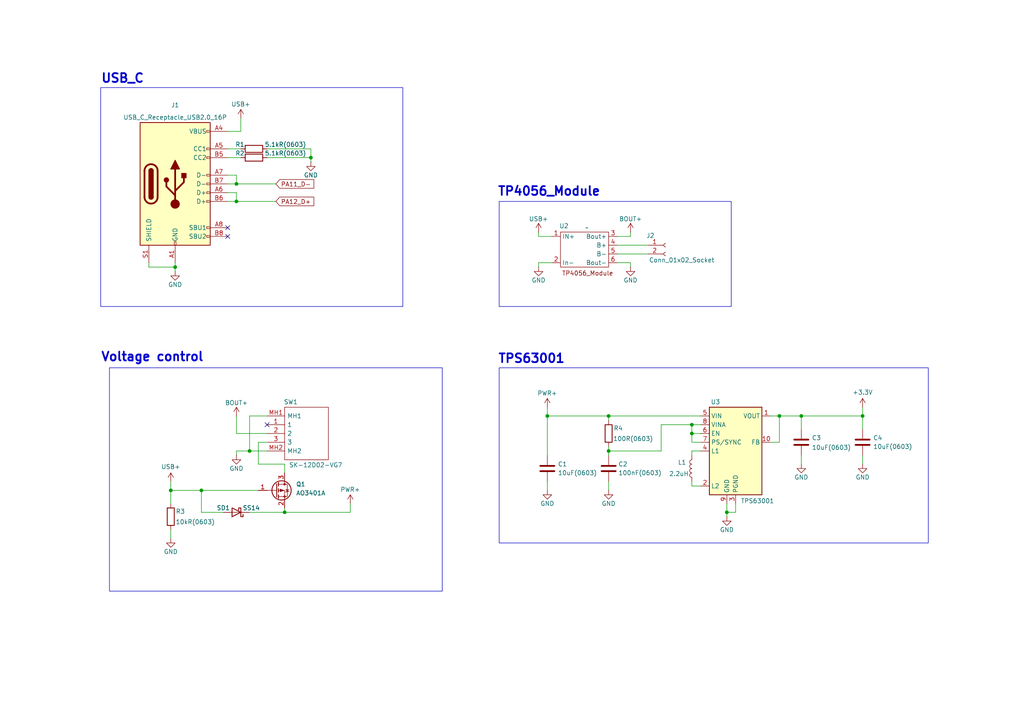
<source format=kicad_sch>
(kicad_sch
	(version 20231120)
	(generator "eeschema")
	(generator_version "8.0")
	(uuid "b477cc38-3015-4ec6-8f3b-44a1f3e15dbd")
	(paper "A4")
	(lib_symbols
		(symbol "Connector:Conn_01x02_Socket"
			(pin_names
				(offset 1.016) hide)
			(exclude_from_sim no)
			(in_bom yes)
			(on_board yes)
			(property "Reference" "J"
				(at 0 2.54 0)
				(effects
					(font
						(size 1.27 1.27)
					)
				)
			)
			(property "Value" "Conn_01x02_Socket"
				(at 0 -5.08 0)
				(effects
					(font
						(size 1.27 1.27)
					)
				)
			)
			(property "Footprint" ""
				(at 0 0 0)
				(effects
					(font
						(size 1.27 1.27)
					)
					(hide yes)
				)
			)
			(property "Datasheet" "~"
				(at 0 0 0)
				(effects
					(font
						(size 1.27 1.27)
					)
					(hide yes)
				)
			)
			(property "Description" "Generic connector, single row, 01x02, script generated"
				(at 0 0 0)
				(effects
					(font
						(size 1.27 1.27)
					)
					(hide yes)
				)
			)
			(property "ki_locked" ""
				(at 0 0 0)
				(effects
					(font
						(size 1.27 1.27)
					)
				)
			)
			(property "ki_keywords" "connector"
				(at 0 0 0)
				(effects
					(font
						(size 1.27 1.27)
					)
					(hide yes)
				)
			)
			(property "ki_fp_filters" "Connector*:*_1x??_*"
				(at 0 0 0)
				(effects
					(font
						(size 1.27 1.27)
					)
					(hide yes)
				)
			)
			(symbol "Conn_01x02_Socket_1_1"
				(arc
					(start 0 -2.032)
					(mid -0.5058 -2.54)
					(end 0 -3.048)
					(stroke
						(width 0.1524)
						(type default)
					)
					(fill
						(type none)
					)
				)
				(polyline
					(pts
						(xy -1.27 -2.54) (xy -0.508 -2.54)
					)
					(stroke
						(width 0.1524)
						(type default)
					)
					(fill
						(type none)
					)
				)
				(polyline
					(pts
						(xy -1.27 0) (xy -0.508 0)
					)
					(stroke
						(width 0.1524)
						(type default)
					)
					(fill
						(type none)
					)
				)
				(arc
					(start 0 0.508)
					(mid -0.5058 0)
					(end 0 -0.508)
					(stroke
						(width 0.1524)
						(type default)
					)
					(fill
						(type none)
					)
				)
				(pin passive line
					(at -5.08 0 0)
					(length 3.81)
					(name "Pin_1"
						(effects
							(font
								(size 1.27 1.27)
							)
						)
					)
					(number "1"
						(effects
							(font
								(size 1.27 1.27)
							)
						)
					)
				)
				(pin passive line
					(at -5.08 -2.54 0)
					(length 3.81)
					(name "Pin_2"
						(effects
							(font
								(size 1.27 1.27)
							)
						)
					)
					(number "2"
						(effects
							(font
								(size 1.27 1.27)
							)
						)
					)
				)
			)
		)
		(symbol "Connector:USB_C_Receptacle_USB2.0_16P"
			(pin_names
				(offset 1.016)
			)
			(exclude_from_sim no)
			(in_bom yes)
			(on_board yes)
			(property "Reference" "J"
				(at 0 22.225 0)
				(effects
					(font
						(size 1.27 1.27)
					)
				)
			)
			(property "Value" "USB_C_Receptacle_USB2.0_16P"
				(at 0 19.685 0)
				(effects
					(font
						(size 1.27 1.27)
					)
				)
			)
			(property "Footprint" ""
				(at 3.81 0 0)
				(effects
					(font
						(size 1.27 1.27)
					)
					(hide yes)
				)
			)
			(property "Datasheet" "https://www.usb.org/sites/default/files/documents/usb_type-c.zip"
				(at 3.81 0 0)
				(effects
					(font
						(size 1.27 1.27)
					)
					(hide yes)
				)
			)
			(property "Description" "USB 2.0-only 16P Type-C Receptacle connector"
				(at 0 0 0)
				(effects
					(font
						(size 1.27 1.27)
					)
					(hide yes)
				)
			)
			(property "ki_keywords" "usb universal serial bus type-C USB2.0"
				(at 0 0 0)
				(effects
					(font
						(size 1.27 1.27)
					)
					(hide yes)
				)
			)
			(property "ki_fp_filters" "USB*C*Receptacle*"
				(at 0 0 0)
				(effects
					(font
						(size 1.27 1.27)
					)
					(hide yes)
				)
			)
			(symbol "USB_C_Receptacle_USB2.0_16P_0_0"
				(rectangle
					(start -0.254 -17.78)
					(end 0.254 -16.764)
					(stroke
						(width 0)
						(type default)
					)
					(fill
						(type none)
					)
				)
				(rectangle
					(start 10.16 -14.986)
					(end 9.144 -15.494)
					(stroke
						(width 0)
						(type default)
					)
					(fill
						(type none)
					)
				)
				(rectangle
					(start 10.16 -12.446)
					(end 9.144 -12.954)
					(stroke
						(width 0)
						(type default)
					)
					(fill
						(type none)
					)
				)
				(rectangle
					(start 10.16 -4.826)
					(end 9.144 -5.334)
					(stroke
						(width 0)
						(type default)
					)
					(fill
						(type none)
					)
				)
				(rectangle
					(start 10.16 -2.286)
					(end 9.144 -2.794)
					(stroke
						(width 0)
						(type default)
					)
					(fill
						(type none)
					)
				)
				(rectangle
					(start 10.16 0.254)
					(end 9.144 -0.254)
					(stroke
						(width 0)
						(type default)
					)
					(fill
						(type none)
					)
				)
				(rectangle
					(start 10.16 2.794)
					(end 9.144 2.286)
					(stroke
						(width 0)
						(type default)
					)
					(fill
						(type none)
					)
				)
				(rectangle
					(start 10.16 7.874)
					(end 9.144 7.366)
					(stroke
						(width 0)
						(type default)
					)
					(fill
						(type none)
					)
				)
				(rectangle
					(start 10.16 10.414)
					(end 9.144 9.906)
					(stroke
						(width 0)
						(type default)
					)
					(fill
						(type none)
					)
				)
				(rectangle
					(start 10.16 15.494)
					(end 9.144 14.986)
					(stroke
						(width 0)
						(type default)
					)
					(fill
						(type none)
					)
				)
			)
			(symbol "USB_C_Receptacle_USB2.0_16P_0_1"
				(rectangle
					(start -10.16 17.78)
					(end 10.16 -17.78)
					(stroke
						(width 0.254)
						(type default)
					)
					(fill
						(type background)
					)
				)
				(arc
					(start -8.89 -3.81)
					(mid -6.985 -5.7067)
					(end -5.08 -3.81)
					(stroke
						(width 0.508)
						(type default)
					)
					(fill
						(type none)
					)
				)
				(arc
					(start -7.62 -3.81)
					(mid -6.985 -4.4423)
					(end -6.35 -3.81)
					(stroke
						(width 0.254)
						(type default)
					)
					(fill
						(type none)
					)
				)
				(arc
					(start -7.62 -3.81)
					(mid -6.985 -4.4423)
					(end -6.35 -3.81)
					(stroke
						(width 0.254)
						(type default)
					)
					(fill
						(type outline)
					)
				)
				(rectangle
					(start -7.62 -3.81)
					(end -6.35 3.81)
					(stroke
						(width 0.254)
						(type default)
					)
					(fill
						(type outline)
					)
				)
				(arc
					(start -6.35 3.81)
					(mid -6.985 4.4423)
					(end -7.62 3.81)
					(stroke
						(width 0.254)
						(type default)
					)
					(fill
						(type none)
					)
				)
				(arc
					(start -6.35 3.81)
					(mid -6.985 4.4423)
					(end -7.62 3.81)
					(stroke
						(width 0.254)
						(type default)
					)
					(fill
						(type outline)
					)
				)
				(arc
					(start -5.08 3.81)
					(mid -6.985 5.7067)
					(end -8.89 3.81)
					(stroke
						(width 0.508)
						(type default)
					)
					(fill
						(type none)
					)
				)
				(circle
					(center -2.54 1.143)
					(radius 0.635)
					(stroke
						(width 0.254)
						(type default)
					)
					(fill
						(type outline)
					)
				)
				(circle
					(center 0 -5.842)
					(radius 1.27)
					(stroke
						(width 0)
						(type default)
					)
					(fill
						(type outline)
					)
				)
				(polyline
					(pts
						(xy -8.89 -3.81) (xy -8.89 3.81)
					)
					(stroke
						(width 0.508)
						(type default)
					)
					(fill
						(type none)
					)
				)
				(polyline
					(pts
						(xy -5.08 3.81) (xy -5.08 -3.81)
					)
					(stroke
						(width 0.508)
						(type default)
					)
					(fill
						(type none)
					)
				)
				(polyline
					(pts
						(xy 0 -5.842) (xy 0 4.318)
					)
					(stroke
						(width 0.508)
						(type default)
					)
					(fill
						(type none)
					)
				)
				(polyline
					(pts
						(xy 0 -3.302) (xy -2.54 -0.762) (xy -2.54 0.508)
					)
					(stroke
						(width 0.508)
						(type default)
					)
					(fill
						(type none)
					)
				)
				(polyline
					(pts
						(xy 0 -2.032) (xy 2.54 0.508) (xy 2.54 1.778)
					)
					(stroke
						(width 0.508)
						(type default)
					)
					(fill
						(type none)
					)
				)
				(polyline
					(pts
						(xy -1.27 4.318) (xy 0 6.858) (xy 1.27 4.318) (xy -1.27 4.318)
					)
					(stroke
						(width 0.254)
						(type default)
					)
					(fill
						(type outline)
					)
				)
				(rectangle
					(start 1.905 1.778)
					(end 3.175 3.048)
					(stroke
						(width 0.254)
						(type default)
					)
					(fill
						(type outline)
					)
				)
			)
			(symbol "USB_C_Receptacle_USB2.0_16P_1_1"
				(pin passive line
					(at 0 -22.86 90)
					(length 5.08)
					(name "GND"
						(effects
							(font
								(size 1.27 1.27)
							)
						)
					)
					(number "A1"
						(effects
							(font
								(size 1.27 1.27)
							)
						)
					)
				)
				(pin passive line
					(at 0 -22.86 90)
					(length 5.08) hide
					(name "GND"
						(effects
							(font
								(size 1.27 1.27)
							)
						)
					)
					(number "A12"
						(effects
							(font
								(size 1.27 1.27)
							)
						)
					)
				)
				(pin passive line
					(at 15.24 15.24 180)
					(length 5.08)
					(name "VBUS"
						(effects
							(font
								(size 1.27 1.27)
							)
						)
					)
					(number "A4"
						(effects
							(font
								(size 1.27 1.27)
							)
						)
					)
				)
				(pin bidirectional line
					(at 15.24 10.16 180)
					(length 5.08)
					(name "CC1"
						(effects
							(font
								(size 1.27 1.27)
							)
						)
					)
					(number "A5"
						(effects
							(font
								(size 1.27 1.27)
							)
						)
					)
				)
				(pin bidirectional line
					(at 15.24 -2.54 180)
					(length 5.08)
					(name "D+"
						(effects
							(font
								(size 1.27 1.27)
							)
						)
					)
					(number "A6"
						(effects
							(font
								(size 1.27 1.27)
							)
						)
					)
				)
				(pin bidirectional line
					(at 15.24 2.54 180)
					(length 5.08)
					(name "D-"
						(effects
							(font
								(size 1.27 1.27)
							)
						)
					)
					(number "A7"
						(effects
							(font
								(size 1.27 1.27)
							)
						)
					)
				)
				(pin bidirectional line
					(at 15.24 -12.7 180)
					(length 5.08)
					(name "SBU1"
						(effects
							(font
								(size 1.27 1.27)
							)
						)
					)
					(number "A8"
						(effects
							(font
								(size 1.27 1.27)
							)
						)
					)
				)
				(pin passive line
					(at 15.24 15.24 180)
					(length 5.08) hide
					(name "VBUS"
						(effects
							(font
								(size 1.27 1.27)
							)
						)
					)
					(number "A9"
						(effects
							(font
								(size 1.27 1.27)
							)
						)
					)
				)
				(pin passive line
					(at 0 -22.86 90)
					(length 5.08) hide
					(name "GND"
						(effects
							(font
								(size 1.27 1.27)
							)
						)
					)
					(number "B1"
						(effects
							(font
								(size 1.27 1.27)
							)
						)
					)
				)
				(pin passive line
					(at 0 -22.86 90)
					(length 5.08) hide
					(name "GND"
						(effects
							(font
								(size 1.27 1.27)
							)
						)
					)
					(number "B12"
						(effects
							(font
								(size 1.27 1.27)
							)
						)
					)
				)
				(pin passive line
					(at 15.24 15.24 180)
					(length 5.08) hide
					(name "VBUS"
						(effects
							(font
								(size 1.27 1.27)
							)
						)
					)
					(number "B4"
						(effects
							(font
								(size 1.27 1.27)
							)
						)
					)
				)
				(pin bidirectional line
					(at 15.24 7.62 180)
					(length 5.08)
					(name "CC2"
						(effects
							(font
								(size 1.27 1.27)
							)
						)
					)
					(number "B5"
						(effects
							(font
								(size 1.27 1.27)
							)
						)
					)
				)
				(pin bidirectional line
					(at 15.24 -5.08 180)
					(length 5.08)
					(name "D+"
						(effects
							(font
								(size 1.27 1.27)
							)
						)
					)
					(number "B6"
						(effects
							(font
								(size 1.27 1.27)
							)
						)
					)
				)
				(pin bidirectional line
					(at 15.24 0 180)
					(length 5.08)
					(name "D-"
						(effects
							(font
								(size 1.27 1.27)
							)
						)
					)
					(number "B7"
						(effects
							(font
								(size 1.27 1.27)
							)
						)
					)
				)
				(pin bidirectional line
					(at 15.24 -15.24 180)
					(length 5.08)
					(name "SBU2"
						(effects
							(font
								(size 1.27 1.27)
							)
						)
					)
					(number "B8"
						(effects
							(font
								(size 1.27 1.27)
							)
						)
					)
				)
				(pin passive line
					(at 15.24 15.24 180)
					(length 5.08) hide
					(name "VBUS"
						(effects
							(font
								(size 1.27 1.27)
							)
						)
					)
					(number "B9"
						(effects
							(font
								(size 1.27 1.27)
							)
						)
					)
				)
				(pin passive line
					(at -7.62 -22.86 90)
					(length 5.08)
					(name "SHIELD"
						(effects
							(font
								(size 1.27 1.27)
							)
						)
					)
					(number "S1"
						(effects
							(font
								(size 1.27 1.27)
							)
						)
					)
				)
			)
		)
		(symbol "Device:C"
			(pin_numbers hide)
			(pin_names
				(offset 0.254)
			)
			(exclude_from_sim no)
			(in_bom yes)
			(on_board yes)
			(property "Reference" "C"
				(at 0.635 2.54 0)
				(effects
					(font
						(size 1.27 1.27)
					)
					(justify left)
				)
			)
			(property "Value" "C"
				(at 0.635 -2.54 0)
				(effects
					(font
						(size 1.27 1.27)
					)
					(justify left)
				)
			)
			(property "Footprint" ""
				(at 0.9652 -3.81 0)
				(effects
					(font
						(size 1.27 1.27)
					)
					(hide yes)
				)
			)
			(property "Datasheet" "~"
				(at 0 0 0)
				(effects
					(font
						(size 1.27 1.27)
					)
					(hide yes)
				)
			)
			(property "Description" "Unpolarized capacitor"
				(at 0 0 0)
				(effects
					(font
						(size 1.27 1.27)
					)
					(hide yes)
				)
			)
			(property "ki_keywords" "cap capacitor"
				(at 0 0 0)
				(effects
					(font
						(size 1.27 1.27)
					)
					(hide yes)
				)
			)
			(property "ki_fp_filters" "C_*"
				(at 0 0 0)
				(effects
					(font
						(size 1.27 1.27)
					)
					(hide yes)
				)
			)
			(symbol "C_0_1"
				(polyline
					(pts
						(xy -2.032 -0.762) (xy 2.032 -0.762)
					)
					(stroke
						(width 0.508)
						(type default)
					)
					(fill
						(type none)
					)
				)
				(polyline
					(pts
						(xy -2.032 0.762) (xy 2.032 0.762)
					)
					(stroke
						(width 0.508)
						(type default)
					)
					(fill
						(type none)
					)
				)
			)
			(symbol "C_1_1"
				(pin passive line
					(at 0 3.81 270)
					(length 2.794)
					(name "~"
						(effects
							(font
								(size 1.27 1.27)
							)
						)
					)
					(number "1"
						(effects
							(font
								(size 1.27 1.27)
							)
						)
					)
				)
				(pin passive line
					(at 0 -3.81 90)
					(length 2.794)
					(name "~"
						(effects
							(font
								(size 1.27 1.27)
							)
						)
					)
					(number "2"
						(effects
							(font
								(size 1.27 1.27)
							)
						)
					)
				)
			)
		)
		(symbol "Device:L"
			(pin_numbers hide)
			(pin_names
				(offset 1.016) hide)
			(exclude_from_sim no)
			(in_bom yes)
			(on_board yes)
			(property "Reference" "L"
				(at -1.27 0 90)
				(effects
					(font
						(size 1.27 1.27)
					)
				)
			)
			(property "Value" "L"
				(at 1.905 0 90)
				(effects
					(font
						(size 1.27 1.27)
					)
				)
			)
			(property "Footprint" ""
				(at 0 0 0)
				(effects
					(font
						(size 1.27 1.27)
					)
					(hide yes)
				)
			)
			(property "Datasheet" "~"
				(at 0 0 0)
				(effects
					(font
						(size 1.27 1.27)
					)
					(hide yes)
				)
			)
			(property "Description" "Inductor"
				(at 0 0 0)
				(effects
					(font
						(size 1.27 1.27)
					)
					(hide yes)
				)
			)
			(property "ki_keywords" "inductor choke coil reactor magnetic"
				(at 0 0 0)
				(effects
					(font
						(size 1.27 1.27)
					)
					(hide yes)
				)
			)
			(property "ki_fp_filters" "Choke_* *Coil* Inductor_* L_*"
				(at 0 0 0)
				(effects
					(font
						(size 1.27 1.27)
					)
					(hide yes)
				)
			)
			(symbol "L_0_1"
				(arc
					(start 0 -2.54)
					(mid 0.6323 -1.905)
					(end 0 -1.27)
					(stroke
						(width 0)
						(type default)
					)
					(fill
						(type none)
					)
				)
				(arc
					(start 0 -1.27)
					(mid 0.6323 -0.635)
					(end 0 0)
					(stroke
						(width 0)
						(type default)
					)
					(fill
						(type none)
					)
				)
				(arc
					(start 0 0)
					(mid 0.6323 0.635)
					(end 0 1.27)
					(stroke
						(width 0)
						(type default)
					)
					(fill
						(type none)
					)
				)
				(arc
					(start 0 1.27)
					(mid 0.6323 1.905)
					(end 0 2.54)
					(stroke
						(width 0)
						(type default)
					)
					(fill
						(type none)
					)
				)
			)
			(symbol "L_1_1"
				(pin passive line
					(at 0 3.81 270)
					(length 1.27)
					(name "1"
						(effects
							(font
								(size 1.27 1.27)
							)
						)
					)
					(number "1"
						(effects
							(font
								(size 1.27 1.27)
							)
						)
					)
				)
				(pin passive line
					(at 0 -3.81 90)
					(length 1.27)
					(name "2"
						(effects
							(font
								(size 1.27 1.27)
							)
						)
					)
					(number "2"
						(effects
							(font
								(size 1.27 1.27)
							)
						)
					)
				)
			)
		)
		(symbol "Device:R"
			(pin_numbers hide)
			(pin_names
				(offset 0)
			)
			(exclude_from_sim no)
			(in_bom yes)
			(on_board yes)
			(property "Reference" "R"
				(at 2.032 0 90)
				(effects
					(font
						(size 1.27 1.27)
					)
				)
			)
			(property "Value" "R"
				(at 0 0 90)
				(effects
					(font
						(size 1.27 1.27)
					)
				)
			)
			(property "Footprint" ""
				(at -1.778 0 90)
				(effects
					(font
						(size 1.27 1.27)
					)
					(hide yes)
				)
			)
			(property "Datasheet" "~"
				(at 0 0 0)
				(effects
					(font
						(size 1.27 1.27)
					)
					(hide yes)
				)
			)
			(property "Description" "Resistor"
				(at 0 0 0)
				(effects
					(font
						(size 1.27 1.27)
					)
					(hide yes)
				)
			)
			(property "ki_keywords" "R res resistor"
				(at 0 0 0)
				(effects
					(font
						(size 1.27 1.27)
					)
					(hide yes)
				)
			)
			(property "ki_fp_filters" "R_*"
				(at 0 0 0)
				(effects
					(font
						(size 1.27 1.27)
					)
					(hide yes)
				)
			)
			(symbol "R_0_1"
				(rectangle
					(start -1.016 -2.54)
					(end 1.016 2.54)
					(stroke
						(width 0.254)
						(type default)
					)
					(fill
						(type none)
					)
				)
			)
			(symbol "R_1_1"
				(pin passive line
					(at 0 3.81 270)
					(length 1.27)
					(name "~"
						(effects
							(font
								(size 1.27 1.27)
							)
						)
					)
					(number "1"
						(effects
							(font
								(size 1.27 1.27)
							)
						)
					)
				)
				(pin passive line
					(at 0 -3.81 90)
					(length 1.27)
					(name "~"
						(effects
							(font
								(size 1.27 1.27)
							)
						)
					)
					(number "2"
						(effects
							(font
								(size 1.27 1.27)
							)
						)
					)
				)
			)
		)
		(symbol "Diode:SS14"
			(pin_numbers hide)
			(pin_names
				(offset 1.016) hide)
			(exclude_from_sim no)
			(in_bom yes)
			(on_board yes)
			(property "Reference" "D"
				(at 0 2.54 0)
				(effects
					(font
						(size 1.27 1.27)
					)
				)
			)
			(property "Value" "SS14"
				(at 0 -2.54 0)
				(effects
					(font
						(size 1.27 1.27)
					)
				)
			)
			(property "Footprint" "Diode_SMD:D_SMA"
				(at 0 -4.445 0)
				(effects
					(font
						(size 1.27 1.27)
					)
					(hide yes)
				)
			)
			(property "Datasheet" "https://www.vishay.com/docs/88746/ss12.pdf"
				(at 0 0 0)
				(effects
					(font
						(size 1.27 1.27)
					)
					(hide yes)
				)
			)
			(property "Description" "40V 1A Schottky Diode, SMA"
				(at 0 0 0)
				(effects
					(font
						(size 1.27 1.27)
					)
					(hide yes)
				)
			)
			(property "ki_keywords" "diode Schottky"
				(at 0 0 0)
				(effects
					(font
						(size 1.27 1.27)
					)
					(hide yes)
				)
			)
			(property "ki_fp_filters" "D*SMA*"
				(at 0 0 0)
				(effects
					(font
						(size 1.27 1.27)
					)
					(hide yes)
				)
			)
			(symbol "SS14_0_1"
				(polyline
					(pts
						(xy 1.27 0) (xy -1.27 0)
					)
					(stroke
						(width 0)
						(type default)
					)
					(fill
						(type none)
					)
				)
				(polyline
					(pts
						(xy 1.27 1.27) (xy 1.27 -1.27) (xy -1.27 0) (xy 1.27 1.27)
					)
					(stroke
						(width 0.254)
						(type default)
					)
					(fill
						(type none)
					)
				)
				(polyline
					(pts
						(xy -1.905 0.635) (xy -1.905 1.27) (xy -1.27 1.27) (xy -1.27 -1.27) (xy -0.635 -1.27) (xy -0.635 -0.635)
					)
					(stroke
						(width 0.254)
						(type default)
					)
					(fill
						(type none)
					)
				)
			)
			(symbol "SS14_1_1"
				(pin passive line
					(at -3.81 0 0)
					(length 2.54)
					(name "K"
						(effects
							(font
								(size 1.27 1.27)
							)
						)
					)
					(number "1"
						(effects
							(font
								(size 1.27 1.27)
							)
						)
					)
				)
				(pin passive line
					(at 3.81 0 180)
					(length 2.54)
					(name "A"
						(effects
							(font
								(size 1.27 1.27)
							)
						)
					)
					(number "2"
						(effects
							(font
								(size 1.27 1.27)
							)
						)
					)
				)
			)
		)
		(symbol "Lipo:Tp4056_Module"
			(exclude_from_sim no)
			(in_bom yes)
			(on_board yes)
			(property "Reference" "U"
				(at -5.08 11.684 0)
				(effects
					(font
						(size 1.27 1.27)
					)
				)
			)
			(property "Value" ""
				(at 0 0 0)
				(effects
					(font
						(size 1.27 1.27)
					)
				)
			)
			(property "Footprint" ""
				(at 0 0 0)
				(effects
					(font
						(size 1.27 1.27)
					)
					(hide yes)
				)
			)
			(property "Datasheet" ""
				(at 0 0 0)
				(effects
					(font
						(size 1.27 1.27)
					)
					(hide yes)
				)
			)
			(property "Description" ""
				(at 0 0 0)
				(effects
					(font
						(size 1.27 1.27)
					)
					(hide yes)
				)
			)
			(symbol "Tp4056_Module_0_1"
				(rectangle
					(start -6.35 10.16)
					(end 7.62 0)
					(stroke
						(width 0)
						(type default)
					)
					(fill
						(type none)
					)
				)
			)
			(symbol "Tp4056_Module_1_1"
				(text "TP4056_Module"
					(at 1.524 -1.778 0)
					(effects
						(font
							(size 1.27 1.27)
						)
					)
				)
				(pin input line
					(at -8.89 8.89 0)
					(length 2.54)
					(name "IN+"
						(effects
							(font
								(size 1.27 1.27)
							)
						)
					)
					(number "1"
						(effects
							(font
								(size 1.27 1.27)
							)
						)
					)
				)
				(pin input line
					(at -8.89 1.27 0)
					(length 2.54)
					(name "In-"
						(effects
							(font
								(size 1.27 1.27)
							)
						)
					)
					(number "2"
						(effects
							(font
								(size 1.27 1.27)
							)
						)
					)
				)
				(pin output line
					(at 10.16 8.89 180)
					(length 2.54)
					(name "Bout+"
						(effects
							(font
								(size 1.27 1.27)
							)
						)
					)
					(number "3"
						(effects
							(font
								(size 1.27 1.27)
							)
						)
					)
				)
				(pin input line
					(at 10.16 6.35 180)
					(length 2.54)
					(name "B+"
						(effects
							(font
								(size 1.27 1.27)
							)
						)
					)
					(number "4"
						(effects
							(font
								(size 1.27 1.27)
							)
						)
					)
				)
				(pin input line
					(at 10.16 3.81 180)
					(length 2.54)
					(name "B-"
						(effects
							(font
								(size 1.27 1.27)
							)
						)
					)
					(number "5"
						(effects
							(font
								(size 1.27 1.27)
							)
						)
					)
				)
				(pin output line
					(at 10.16 1.27 180)
					(length 2.54)
					(name "Bout-"
						(effects
							(font
								(size 1.27 1.27)
							)
						)
					)
					(number "6"
						(effects
							(font
								(size 1.27 1.27)
							)
						)
					)
				)
			)
		)
		(symbol "Regulator_Switching:TPS63001"
			(exclude_from_sim no)
			(in_bom yes)
			(on_board yes)
			(property "Reference" "U"
				(at -7.62 13.97 0)
				(effects
					(font
						(size 1.27 1.27)
					)
					(justify left)
				)
			)
			(property "Value" "TPS63001"
				(at 5.08 13.97 0)
				(effects
					(font
						(size 1.27 1.27)
					)
				)
			)
			(property "Footprint" "Package_SON:Texas_DRC0010J_ThermalVias"
				(at 21.59 -13.97 0)
				(effects
					(font
						(size 1.27 1.27)
					)
					(hide yes)
				)
			)
			(property "Datasheet" "http://www.ti.com/lit/ds/symlink/tps63000.pdf"
				(at -7.62 13.97 0)
				(effects
					(font
						(size 1.27 1.27)
					)
					(hide yes)
				)
			)
			(property "Description" "Buck-Boost Converter, 1.8-5.5V Input Voltage, 1.7A Switch Current, 3.3V Output Voltage, VSON-10"
				(at 0 0 0)
				(effects
					(font
						(size 1.27 1.27)
					)
					(hide yes)
				)
			)
			(property "ki_keywords" "Buck-Boost fixed 3.3V converter"
				(at 0 0 0)
				(effects
					(font
						(size 1.27 1.27)
					)
					(hide yes)
				)
			)
			(property "ki_fp_filters" "Texas*DRC0010J*"
				(at 0 0 0)
				(effects
					(font
						(size 1.27 1.27)
					)
					(hide yes)
				)
			)
			(symbol "TPS63001_0_1"
				(rectangle
					(start -7.62 12.7)
					(end 7.62 -12.7)
					(stroke
						(width 0.254)
						(type default)
					)
					(fill
						(type background)
					)
				)
			)
			(symbol "TPS63001_1_1"
				(pin power_out line
					(at 10.16 10.16 180)
					(length 2.54)
					(name "VOUT"
						(effects
							(font
								(size 1.27 1.27)
							)
						)
					)
					(number "1"
						(effects
							(font
								(size 1.27 1.27)
							)
						)
					)
				)
				(pin input line
					(at 10.16 2.54 180)
					(length 2.54)
					(name "FB"
						(effects
							(font
								(size 1.27 1.27)
							)
						)
					)
					(number "10"
						(effects
							(font
								(size 1.27 1.27)
							)
						)
					)
				)
				(pin passive line
					(at 0 -15.24 90)
					(length 2.54) hide
					(name "PGND"
						(effects
							(font
								(size 1.27 1.27)
							)
						)
					)
					(number "11"
						(effects
							(font
								(size 1.27 1.27)
							)
						)
					)
				)
				(pin input line
					(at -10.16 -10.16 0)
					(length 2.54)
					(name "L2"
						(effects
							(font
								(size 1.27 1.27)
							)
						)
					)
					(number "2"
						(effects
							(font
								(size 1.27 1.27)
							)
						)
					)
				)
				(pin power_in line
					(at 0 -15.24 90)
					(length 2.54)
					(name "PGND"
						(effects
							(font
								(size 1.27 1.27)
							)
						)
					)
					(number "3"
						(effects
							(font
								(size 1.27 1.27)
							)
						)
					)
				)
				(pin input line
					(at -10.16 0 0)
					(length 2.54)
					(name "L1"
						(effects
							(font
								(size 1.27 1.27)
							)
						)
					)
					(number "4"
						(effects
							(font
								(size 1.27 1.27)
							)
						)
					)
				)
				(pin power_in line
					(at -10.16 10.16 0)
					(length 2.54)
					(name "VIN"
						(effects
							(font
								(size 1.27 1.27)
							)
						)
					)
					(number "5"
						(effects
							(font
								(size 1.27 1.27)
							)
						)
					)
				)
				(pin input line
					(at -10.16 5.08 0)
					(length 2.54)
					(name "EN"
						(effects
							(font
								(size 1.27 1.27)
							)
						)
					)
					(number "6"
						(effects
							(font
								(size 1.27 1.27)
							)
						)
					)
				)
				(pin input line
					(at -10.16 2.54 0)
					(length 2.54)
					(name "PS/SYNC"
						(effects
							(font
								(size 1.27 1.27)
							)
						)
					)
					(number "7"
						(effects
							(font
								(size 1.27 1.27)
							)
						)
					)
				)
				(pin power_in line
					(at -10.16 7.62 0)
					(length 2.54)
					(name "VINA"
						(effects
							(font
								(size 1.27 1.27)
							)
						)
					)
					(number "8"
						(effects
							(font
								(size 1.27 1.27)
							)
						)
					)
				)
				(pin power_in line
					(at -2.54 -15.24 90)
					(length 2.54)
					(name "GND"
						(effects
							(font
								(size 1.27 1.27)
							)
						)
					)
					(number "9"
						(effects
							(font
								(size 1.27 1.27)
							)
						)
					)
				)
			)
		)
		(symbol "SK-12D02-VG7:SK-12D02-VG7"
			(pin_names
				(offset 0.762)
			)
			(exclude_from_sim no)
			(in_bom yes)
			(on_board yes)
			(property "Reference" "S"
				(at 19.05 7.62 0)
				(effects
					(font
						(size 1.27 1.27)
					)
					(justify left)
				)
			)
			(property "Value" "SK-12D02-VG7"
				(at 19.05 5.08 0)
				(effects
					(font
						(size 1.27 1.27)
					)
					(justify left)
				)
			)
			(property "Footprint" "SK12D02VG7"
				(at 19.05 2.54 0)
				(effects
					(font
						(size 1.27 1.27)
					)
					(justify left)
					(hide yes)
				)
			)
			(property "Datasheet" "https://datasheet.lcsc.com/szlcsc/Korean-Hroparts-Elec-SK-12D02-VG7_C136721.pdf"
				(at 19.05 0 0)
				(effects
					(font
						(size 1.27 1.27)
					)
					(justify left)
					(hide yes)
				)
			)
			(property "Description" "Toggle Switches Plugin RoHS"
				(at 0 0 0)
				(effects
					(font
						(size 1.27 1.27)
					)
					(hide yes)
				)
			)
			(property "Description_1" "Toggle Switches Plugin RoHS"
				(at 19.05 -2.54 0)
				(effects
					(font
						(size 1.27 1.27)
					)
					(justify left)
					(hide yes)
				)
			)
			(property "Height" "4.7"
				(at 19.05 -5.08 0)
				(effects
					(font
						(size 1.27 1.27)
					)
					(justify left)
					(hide yes)
				)
			)
			(property "Manufacturer_Name" "Korean Hroparts Elec"
				(at 19.05 -7.62 0)
				(effects
					(font
						(size 1.27 1.27)
					)
					(justify left)
					(hide yes)
				)
			)
			(property "Manufacturer_Part_Number" "SK-12D02-VG7"
				(at 19.05 -10.16 0)
				(effects
					(font
						(size 1.27 1.27)
					)
					(justify left)
					(hide yes)
				)
			)
			(property "Mouser Part Number" ""
				(at 19.05 -12.7 0)
				(effects
					(font
						(size 1.27 1.27)
					)
					(justify left)
					(hide yes)
				)
			)
			(property "Mouser Price/Stock" ""
				(at 19.05 -15.24 0)
				(effects
					(font
						(size 1.27 1.27)
					)
					(justify left)
					(hide yes)
				)
			)
			(property "Arrow Part Number" ""
				(at 19.05 -17.78 0)
				(effects
					(font
						(size 1.27 1.27)
					)
					(justify left)
					(hide yes)
				)
			)
			(property "Arrow Price/Stock" ""
				(at 19.05 -20.32 0)
				(effects
					(font
						(size 1.27 1.27)
					)
					(justify left)
					(hide yes)
				)
			)
			(symbol "SK-12D02-VG7_0_0"
				(pin passive line
					(at 0 -2.54 0)
					(length 5.08)
					(name "1"
						(effects
							(font
								(size 1.27 1.27)
							)
						)
					)
					(number "1"
						(effects
							(font
								(size 1.27 1.27)
							)
						)
					)
				)
				(pin passive line
					(at 0 -5.08 0)
					(length 5.08)
					(name "2"
						(effects
							(font
								(size 1.27 1.27)
							)
						)
					)
					(number "2"
						(effects
							(font
								(size 1.27 1.27)
							)
						)
					)
				)
				(pin passive line
					(at 0 -7.62 0)
					(length 5.08)
					(name "3"
						(effects
							(font
								(size 1.27 1.27)
							)
						)
					)
					(number "3"
						(effects
							(font
								(size 1.27 1.27)
							)
						)
					)
				)
				(pin passive line
					(at 0 0 0)
					(length 5.08)
					(name "MH1"
						(effects
							(font
								(size 1.27 1.27)
							)
						)
					)
					(number "MH1"
						(effects
							(font
								(size 1.27 1.27)
							)
						)
					)
				)
				(pin passive line
					(at 0 -10.16 0)
					(length 5.08)
					(name "MH2"
						(effects
							(font
								(size 1.27 1.27)
							)
						)
					)
					(number "MH2"
						(effects
							(font
								(size 1.27 1.27)
							)
						)
					)
				)
			)
			(symbol "SK-12D02-VG7_0_1"
				(polyline
					(pts
						(xy 5.08 2.54) (xy 17.78 2.54) (xy 17.78 -12.7) (xy 5.08 -12.7) (xy 5.08 2.54)
					)
					(stroke
						(width 0.1524)
						(type solid)
					)
					(fill
						(type none)
					)
				)
			)
		)
		(symbol "Transistor_FET:AO3401A"
			(pin_names hide)
			(exclude_from_sim no)
			(in_bom yes)
			(on_board yes)
			(property "Reference" "Q"
				(at 5.08 1.905 0)
				(effects
					(font
						(size 1.27 1.27)
					)
					(justify left)
				)
			)
			(property "Value" "AO3401A"
				(at 5.08 0 0)
				(effects
					(font
						(size 1.27 1.27)
					)
					(justify left)
				)
			)
			(property "Footprint" "Package_TO_SOT_SMD:SOT-23"
				(at 5.08 -1.905 0)
				(effects
					(font
						(size 1.27 1.27)
						(italic yes)
					)
					(justify left)
					(hide yes)
				)
			)
			(property "Datasheet" "http://www.aosmd.com/pdfs/datasheet/AO3401A.pdf"
				(at 5.08 -3.81 0)
				(effects
					(font
						(size 1.27 1.27)
					)
					(justify left)
					(hide yes)
				)
			)
			(property "Description" "-4.0A Id, -30V Vds, P-Channel MOSFET, SOT-23"
				(at 0 0 0)
				(effects
					(font
						(size 1.27 1.27)
					)
					(hide yes)
				)
			)
			(property "ki_keywords" "P-Channel MOSFET"
				(at 0 0 0)
				(effects
					(font
						(size 1.27 1.27)
					)
					(hide yes)
				)
			)
			(property "ki_fp_filters" "SOT?23*"
				(at 0 0 0)
				(effects
					(font
						(size 1.27 1.27)
					)
					(hide yes)
				)
			)
			(symbol "AO3401A_0_1"
				(polyline
					(pts
						(xy 0.254 0) (xy -2.54 0)
					)
					(stroke
						(width 0)
						(type default)
					)
					(fill
						(type none)
					)
				)
				(polyline
					(pts
						(xy 0.254 1.905) (xy 0.254 -1.905)
					)
					(stroke
						(width 0.254)
						(type default)
					)
					(fill
						(type none)
					)
				)
				(polyline
					(pts
						(xy 0.762 -1.27) (xy 0.762 -2.286)
					)
					(stroke
						(width 0.254)
						(type default)
					)
					(fill
						(type none)
					)
				)
				(polyline
					(pts
						(xy 0.762 0.508) (xy 0.762 -0.508)
					)
					(stroke
						(width 0.254)
						(type default)
					)
					(fill
						(type none)
					)
				)
				(polyline
					(pts
						(xy 0.762 2.286) (xy 0.762 1.27)
					)
					(stroke
						(width 0.254)
						(type default)
					)
					(fill
						(type none)
					)
				)
				(polyline
					(pts
						(xy 2.54 2.54) (xy 2.54 1.778)
					)
					(stroke
						(width 0)
						(type default)
					)
					(fill
						(type none)
					)
				)
				(polyline
					(pts
						(xy 2.54 -2.54) (xy 2.54 0) (xy 0.762 0)
					)
					(stroke
						(width 0)
						(type default)
					)
					(fill
						(type none)
					)
				)
				(polyline
					(pts
						(xy 0.762 1.778) (xy 3.302 1.778) (xy 3.302 -1.778) (xy 0.762 -1.778)
					)
					(stroke
						(width 0)
						(type default)
					)
					(fill
						(type none)
					)
				)
				(polyline
					(pts
						(xy 2.286 0) (xy 1.27 0.381) (xy 1.27 -0.381) (xy 2.286 0)
					)
					(stroke
						(width 0)
						(type default)
					)
					(fill
						(type outline)
					)
				)
				(polyline
					(pts
						(xy 2.794 -0.508) (xy 2.921 -0.381) (xy 3.683 -0.381) (xy 3.81 -0.254)
					)
					(stroke
						(width 0)
						(type default)
					)
					(fill
						(type none)
					)
				)
				(polyline
					(pts
						(xy 3.302 -0.381) (xy 2.921 0.254) (xy 3.683 0.254) (xy 3.302 -0.381)
					)
					(stroke
						(width 0)
						(type default)
					)
					(fill
						(type none)
					)
				)
				(circle
					(center 1.651 0)
					(radius 2.794)
					(stroke
						(width 0.254)
						(type default)
					)
					(fill
						(type none)
					)
				)
				(circle
					(center 2.54 -1.778)
					(radius 0.254)
					(stroke
						(width 0)
						(type default)
					)
					(fill
						(type outline)
					)
				)
				(circle
					(center 2.54 1.778)
					(radius 0.254)
					(stroke
						(width 0)
						(type default)
					)
					(fill
						(type outline)
					)
				)
			)
			(symbol "AO3401A_1_1"
				(pin input line
					(at -5.08 0 0)
					(length 2.54)
					(name "G"
						(effects
							(font
								(size 1.27 1.27)
							)
						)
					)
					(number "1"
						(effects
							(font
								(size 1.27 1.27)
							)
						)
					)
				)
				(pin passive line
					(at 2.54 -5.08 90)
					(length 2.54)
					(name "S"
						(effects
							(font
								(size 1.27 1.27)
							)
						)
					)
					(number "2"
						(effects
							(font
								(size 1.27 1.27)
							)
						)
					)
				)
				(pin passive line
					(at 2.54 5.08 270)
					(length 2.54)
					(name "D"
						(effects
							(font
								(size 1.27 1.27)
							)
						)
					)
					(number "3"
						(effects
							(font
								(size 1.27 1.27)
							)
						)
					)
				)
			)
		)
		(symbol "power:+3.3V"
			(power)
			(pin_numbers hide)
			(pin_names
				(offset 0) hide)
			(exclude_from_sim no)
			(in_bom yes)
			(on_board yes)
			(property "Reference" "#PWR"
				(at 0 -3.81 0)
				(effects
					(font
						(size 1.27 1.27)
					)
					(hide yes)
				)
			)
			(property "Value" "+3.3V"
				(at 0 3.556 0)
				(effects
					(font
						(size 1.27 1.27)
					)
				)
			)
			(property "Footprint" ""
				(at 0 0 0)
				(effects
					(font
						(size 1.27 1.27)
					)
					(hide yes)
				)
			)
			(property "Datasheet" ""
				(at 0 0 0)
				(effects
					(font
						(size 1.27 1.27)
					)
					(hide yes)
				)
			)
			(property "Description" "Power symbol creates a global label with name \"+3.3V\""
				(at 0 0 0)
				(effects
					(font
						(size 1.27 1.27)
					)
					(hide yes)
				)
			)
			(property "ki_keywords" "global power"
				(at 0 0 0)
				(effects
					(font
						(size 1.27 1.27)
					)
					(hide yes)
				)
			)
			(symbol "+3.3V_0_1"
				(polyline
					(pts
						(xy -0.762 1.27) (xy 0 2.54)
					)
					(stroke
						(width 0)
						(type default)
					)
					(fill
						(type none)
					)
				)
				(polyline
					(pts
						(xy 0 0) (xy 0 2.54)
					)
					(stroke
						(width 0)
						(type default)
					)
					(fill
						(type none)
					)
				)
				(polyline
					(pts
						(xy 0 2.54) (xy 0.762 1.27)
					)
					(stroke
						(width 0)
						(type default)
					)
					(fill
						(type none)
					)
				)
			)
			(symbol "+3.3V_1_1"
				(pin power_in line
					(at 0 0 90)
					(length 0)
					(name "~"
						(effects
							(font
								(size 1.27 1.27)
							)
						)
					)
					(number "1"
						(effects
							(font
								(size 1.27 1.27)
							)
						)
					)
				)
			)
		)
		(symbol "power:+3V0"
			(power)
			(pin_numbers hide)
			(pin_names
				(offset 0) hide)
			(exclude_from_sim no)
			(in_bom yes)
			(on_board yes)
			(property "Reference" "#PWR"
				(at 0 -3.81 0)
				(effects
					(font
						(size 1.27 1.27)
					)
					(hide yes)
				)
			)
			(property "Value" "+3V0"
				(at 0 3.556 0)
				(effects
					(font
						(size 1.27 1.27)
					)
				)
			)
			(property "Footprint" ""
				(at 0 0 0)
				(effects
					(font
						(size 1.27 1.27)
					)
					(hide yes)
				)
			)
			(property "Datasheet" ""
				(at 0 0 0)
				(effects
					(font
						(size 1.27 1.27)
					)
					(hide yes)
				)
			)
			(property "Description" "Power symbol creates a global label with name \"+3V0\""
				(at 0 0 0)
				(effects
					(font
						(size 1.27 1.27)
					)
					(hide yes)
				)
			)
			(property "ki_keywords" "global power"
				(at 0 0 0)
				(effects
					(font
						(size 1.27 1.27)
					)
					(hide yes)
				)
			)
			(symbol "+3V0_0_1"
				(polyline
					(pts
						(xy -0.762 1.27) (xy 0 2.54)
					)
					(stroke
						(width 0)
						(type default)
					)
					(fill
						(type none)
					)
				)
				(polyline
					(pts
						(xy 0 0) (xy 0 2.54)
					)
					(stroke
						(width 0)
						(type default)
					)
					(fill
						(type none)
					)
				)
				(polyline
					(pts
						(xy 0 2.54) (xy 0.762 1.27)
					)
					(stroke
						(width 0)
						(type default)
					)
					(fill
						(type none)
					)
				)
			)
			(symbol "+3V0_1_1"
				(pin power_in line
					(at 0 0 90)
					(length 0)
					(name "~"
						(effects
							(font
								(size 1.27 1.27)
							)
						)
					)
					(number "1"
						(effects
							(font
								(size 1.27 1.27)
							)
						)
					)
				)
			)
		)
		(symbol "power:+3V8"
			(power)
			(pin_numbers hide)
			(pin_names
				(offset 0) hide)
			(exclude_from_sim no)
			(in_bom yes)
			(on_board yes)
			(property "Reference" "#PWR"
				(at 0 -3.81 0)
				(effects
					(font
						(size 1.27 1.27)
					)
					(hide yes)
				)
			)
			(property "Value" "+3V8"
				(at 0 3.556 0)
				(effects
					(font
						(size 1.27 1.27)
					)
				)
			)
			(property "Footprint" ""
				(at 0 0 0)
				(effects
					(font
						(size 1.27 1.27)
					)
					(hide yes)
				)
			)
			(property "Datasheet" ""
				(at 0 0 0)
				(effects
					(font
						(size 1.27 1.27)
					)
					(hide yes)
				)
			)
			(property "Description" "Power symbol creates a global label with name \"+3V8\""
				(at 0 0 0)
				(effects
					(font
						(size 1.27 1.27)
					)
					(hide yes)
				)
			)
			(property "ki_keywords" "global power"
				(at 0 0 0)
				(effects
					(font
						(size 1.27 1.27)
					)
					(hide yes)
				)
			)
			(symbol "+3V8_0_1"
				(polyline
					(pts
						(xy -0.762 1.27) (xy 0 2.54)
					)
					(stroke
						(width 0)
						(type default)
					)
					(fill
						(type none)
					)
				)
				(polyline
					(pts
						(xy 0 0) (xy 0 2.54)
					)
					(stroke
						(width 0)
						(type default)
					)
					(fill
						(type none)
					)
				)
				(polyline
					(pts
						(xy 0 2.54) (xy 0.762 1.27)
					)
					(stroke
						(width 0)
						(type default)
					)
					(fill
						(type none)
					)
				)
			)
			(symbol "+3V8_1_1"
				(pin power_in line
					(at 0 0 90)
					(length 0)
					(name "~"
						(effects
							(font
								(size 1.27 1.27)
							)
						)
					)
					(number "1"
						(effects
							(font
								(size 1.27 1.27)
							)
						)
					)
				)
			)
		)
		(symbol "power:+5V"
			(power)
			(pin_numbers hide)
			(pin_names
				(offset 0) hide)
			(exclude_from_sim no)
			(in_bom yes)
			(on_board yes)
			(property "Reference" "#PWR"
				(at 0 -3.81 0)
				(effects
					(font
						(size 1.27 1.27)
					)
					(hide yes)
				)
			)
			(property "Value" "+5V"
				(at 0 3.556 0)
				(effects
					(font
						(size 1.27 1.27)
					)
				)
			)
			(property "Footprint" ""
				(at 0 0 0)
				(effects
					(font
						(size 1.27 1.27)
					)
					(hide yes)
				)
			)
			(property "Datasheet" ""
				(at 0 0 0)
				(effects
					(font
						(size 1.27 1.27)
					)
					(hide yes)
				)
			)
			(property "Description" "Power symbol creates a global label with name \"+5V\""
				(at 0 0 0)
				(effects
					(font
						(size 1.27 1.27)
					)
					(hide yes)
				)
			)
			(property "ki_keywords" "global power"
				(at 0 0 0)
				(effects
					(font
						(size 1.27 1.27)
					)
					(hide yes)
				)
			)
			(symbol "+5V_0_1"
				(polyline
					(pts
						(xy -0.762 1.27) (xy 0 2.54)
					)
					(stroke
						(width 0)
						(type default)
					)
					(fill
						(type none)
					)
				)
				(polyline
					(pts
						(xy 0 0) (xy 0 2.54)
					)
					(stroke
						(width 0)
						(type default)
					)
					(fill
						(type none)
					)
				)
				(polyline
					(pts
						(xy 0 2.54) (xy 0.762 1.27)
					)
					(stroke
						(width 0)
						(type default)
					)
					(fill
						(type none)
					)
				)
			)
			(symbol "+5V_1_1"
				(pin power_in line
					(at 0 0 90)
					(length 0)
					(name "~"
						(effects
							(font
								(size 1.27 1.27)
							)
						)
					)
					(number "1"
						(effects
							(font
								(size 1.27 1.27)
							)
						)
					)
				)
			)
		)
		(symbol "power:GND"
			(power)
			(pin_numbers hide)
			(pin_names
				(offset 0) hide)
			(exclude_from_sim no)
			(in_bom yes)
			(on_board yes)
			(property "Reference" "#PWR"
				(at 0 -6.35 0)
				(effects
					(font
						(size 1.27 1.27)
					)
					(hide yes)
				)
			)
			(property "Value" "GND"
				(at 0 -3.81 0)
				(effects
					(font
						(size 1.27 1.27)
					)
				)
			)
			(property "Footprint" ""
				(at 0 0 0)
				(effects
					(font
						(size 1.27 1.27)
					)
					(hide yes)
				)
			)
			(property "Datasheet" ""
				(at 0 0 0)
				(effects
					(font
						(size 1.27 1.27)
					)
					(hide yes)
				)
			)
			(property "Description" "Power symbol creates a global label with name \"GND\" , ground"
				(at 0 0 0)
				(effects
					(font
						(size 1.27 1.27)
					)
					(hide yes)
				)
			)
			(property "ki_keywords" "global power"
				(at 0 0 0)
				(effects
					(font
						(size 1.27 1.27)
					)
					(hide yes)
				)
			)
			(symbol "GND_0_1"
				(polyline
					(pts
						(xy 0 0) (xy 0 -1.27) (xy 1.27 -1.27) (xy 0 -2.54) (xy -1.27 -1.27) (xy 0 -1.27)
					)
					(stroke
						(width 0)
						(type default)
					)
					(fill
						(type none)
					)
				)
			)
			(symbol "GND_1_1"
				(pin power_in line
					(at 0 0 270)
					(length 0)
					(name "~"
						(effects
							(font
								(size 1.27 1.27)
							)
						)
					)
					(number "1"
						(effects
							(font
								(size 1.27 1.27)
							)
						)
					)
				)
			)
		)
	)
	(junction
		(at 176.53 130.81)
		(diameter 0)
		(color 0 0 0 0)
		(uuid "06a3961d-e8a2-44f9-89a3-a335f6972b76")
	)
	(junction
		(at 72.39 130.81)
		(diameter 0)
		(color 0 0 0 0)
		(uuid "095723ed-c114-478c-a785-5f3d2cbfabe1")
	)
	(junction
		(at 210.82 148.59)
		(diameter 0)
		(color 0 0 0 0)
		(uuid "5bce3ec0-9ca5-41f6-9524-68df27edae91")
	)
	(junction
		(at 200.66 123.19)
		(diameter 0)
		(color 0 0 0 0)
		(uuid "5f7713e1-a503-4a38-b21f-8e3548cd7593")
	)
	(junction
		(at 176.53 120.65)
		(diameter 0)
		(color 0 0 0 0)
		(uuid "6516bf78-94f1-410f-afef-0cde59218d9b")
	)
	(junction
		(at 50.8 77.47)
		(diameter 0)
		(color 0 0 0 0)
		(uuid "80741dfc-4af0-421f-965d-1fc9c338860b")
	)
	(junction
		(at 226.06 120.65)
		(diameter 0)
		(color 0 0 0 0)
		(uuid "8438c715-fdf4-443d-9a9f-30070a3f4814")
	)
	(junction
		(at 82.55 148.59)
		(diameter 0)
		(color 0 0 0 0)
		(uuid "88875f39-953a-4599-bd04-d2ebf497de2a")
	)
	(junction
		(at 158.75 120.65)
		(diameter 0)
		(color 0 0 0 0)
		(uuid "8cbc6a88-3f84-4515-83b1-fe6a914ff2d1")
	)
	(junction
		(at 68.58 58.42)
		(diameter 0)
		(color 0 0 0 0)
		(uuid "90457410-d95f-49ed-93e7-523e18eab54d")
	)
	(junction
		(at 200.66 125.73)
		(diameter 0)
		(color 0 0 0 0)
		(uuid "a1e0219d-e292-4fa8-99fe-4a56c1059679")
	)
	(junction
		(at 232.41 120.65)
		(diameter 0)
		(color 0 0 0 0)
		(uuid "a272cd34-113a-4123-9e59-76f5d8f92795")
	)
	(junction
		(at 250.19 120.65)
		(diameter 0)
		(color 0 0 0 0)
		(uuid "b8e93d97-3728-49d6-a592-a6a1631b478d")
	)
	(junction
		(at 90.17 45.72)
		(diameter 0)
		(color 0 0 0 0)
		(uuid "d086c56b-d27a-458f-a126-0ae1e4f65165")
	)
	(junction
		(at 68.58 53.34)
		(diameter 0)
		(color 0 0 0 0)
		(uuid "ed6f8bc4-bccc-41a2-b240-87097a18d4c2")
	)
	(junction
		(at 58.42 142.24)
		(diameter 0)
		(color 0 0 0 0)
		(uuid "ef1c1bf6-32a3-4c8f-8d3b-3672acfbeae0")
	)
	(junction
		(at 49.53 142.24)
		(diameter 0)
		(color 0 0 0 0)
		(uuid "f2d79d5a-0d5b-4672-a64e-395cd6625ef2")
	)
	(no_connect
		(at 66.04 68.58)
		(uuid "092db9c6-4a6f-4c6d-966b-124ed90eda1e")
	)
	(no_connect
		(at 66.04 66.04)
		(uuid "a7bc6f6b-bde7-4a81-8080-986dcae2ffdc")
	)
	(no_connect
		(at 77.47 123.19)
		(uuid "fe1cd575-7dae-46c3-8535-619a86b45755")
	)
	(wire
		(pts
			(xy 68.58 125.73) (xy 77.47 125.73)
		)
		(stroke
			(width 0)
			(type default)
		)
		(uuid "0038efae-870a-40c8-bb13-41f805f4afae")
	)
	(wire
		(pts
			(xy 158.75 139.7) (xy 158.75 142.24)
		)
		(stroke
			(width 0)
			(type default)
		)
		(uuid "0473a66e-39d7-486d-9b23-67e5b2113db0")
	)
	(wire
		(pts
			(xy 68.58 132.08) (xy 68.58 130.81)
		)
		(stroke
			(width 0)
			(type default)
		)
		(uuid "06844c97-78ff-48f6-8b25-97a897ba4c5b")
	)
	(wire
		(pts
			(xy 158.75 118.11) (xy 158.75 120.65)
		)
		(stroke
			(width 0)
			(type default)
		)
		(uuid "0784800c-08bb-4b54-aa51-eafc2e680d4e")
	)
	(wire
		(pts
			(xy 68.58 130.81) (xy 72.39 130.81)
		)
		(stroke
			(width 0)
			(type default)
		)
		(uuid "0bb54fb7-b8f1-4904-8ceb-677efe7a5485")
	)
	(wire
		(pts
			(xy 200.66 125.73) (xy 200.66 123.19)
		)
		(stroke
			(width 0)
			(type default)
		)
		(uuid "0bf9af6f-bc46-49d8-8907-e28377d619c2")
	)
	(wire
		(pts
			(xy 203.2 120.65) (xy 176.53 120.65)
		)
		(stroke
			(width 0)
			(type default)
		)
		(uuid "0e0e335a-95db-48a6-9926-1ab5768df315")
	)
	(wire
		(pts
			(xy 200.66 123.19) (xy 191.77 123.19)
		)
		(stroke
			(width 0)
			(type default)
		)
		(uuid "0e28b7ab-2db6-4c94-9e4f-309fc084dd36")
	)
	(wire
		(pts
			(xy 213.36 146.05) (xy 213.36 148.59)
		)
		(stroke
			(width 0)
			(type default)
		)
		(uuid "0f44e7d1-4bff-45ce-88c6-a25f55c818c4")
	)
	(wire
		(pts
			(xy 156.21 67.31) (xy 156.21 68.58)
		)
		(stroke
			(width 0)
			(type default)
		)
		(uuid "10651ccd-7406-4b6f-9649-184193c896e3")
	)
	(wire
		(pts
			(xy 72.39 148.59) (xy 82.55 148.59)
		)
		(stroke
			(width 0)
			(type default)
		)
		(uuid "17f1c9c1-1ac7-4660-a91d-c8f6e9f5bb84")
	)
	(wire
		(pts
			(xy 176.53 130.81) (xy 176.53 132.08)
		)
		(stroke
			(width 0)
			(type default)
		)
		(uuid "19b0153a-1c33-470c-bd45-2b1c0f99a9ac")
	)
	(wire
		(pts
			(xy 68.58 125.73) (xy 68.58 120.65)
		)
		(stroke
			(width 0)
			(type default)
		)
		(uuid "1c2a04aa-660d-4c71-b2e7-c2d668d7c9a7")
	)
	(wire
		(pts
			(xy 82.55 148.59) (xy 101.6 148.59)
		)
		(stroke
			(width 0)
			(type default)
		)
		(uuid "20f69936-2569-401f-9733-b84321549a95")
	)
	(wire
		(pts
			(xy 58.42 142.24) (xy 74.93 142.24)
		)
		(stroke
			(width 0)
			(type default)
		)
		(uuid "2108c3b0-0085-4bef-9336-977807f90ac1")
	)
	(wire
		(pts
			(xy 200.66 140.97) (xy 203.2 140.97)
		)
		(stroke
			(width 0)
			(type default)
		)
		(uuid "262b68fb-2427-4f99-a49d-f724ab37fbbf")
	)
	(wire
		(pts
			(xy 200.66 125.73) (xy 203.2 125.73)
		)
		(stroke
			(width 0)
			(type default)
		)
		(uuid "2691b2f7-b344-4c8c-822d-0a358b22fa10")
	)
	(wire
		(pts
			(xy 49.53 139.7) (xy 49.53 142.24)
		)
		(stroke
			(width 0)
			(type default)
		)
		(uuid "2d4b28f4-a188-497a-affc-034b5514414c")
	)
	(wire
		(pts
			(xy 191.77 123.19) (xy 191.77 130.81)
		)
		(stroke
			(width 0)
			(type default)
		)
		(uuid "2e084df4-9b1c-4f30-9680-d77785efe483")
	)
	(wire
		(pts
			(xy 68.58 58.42) (xy 80.01 58.42)
		)
		(stroke
			(width 0)
			(type default)
		)
		(uuid "2ee9f304-07e3-4f16-8830-d91ec6725eed")
	)
	(wire
		(pts
			(xy 250.19 132.08) (xy 250.19 134.62)
		)
		(stroke
			(width 0)
			(type default)
		)
		(uuid "33d26575-ebb4-4855-95bb-3c0ea8dca045")
	)
	(wire
		(pts
			(xy 158.75 120.65) (xy 158.75 132.08)
		)
		(stroke
			(width 0)
			(type default)
		)
		(uuid "38090470-e624-4fba-b564-82edb46cd348")
	)
	(wire
		(pts
			(xy 68.58 58.42) (xy 66.04 58.42)
		)
		(stroke
			(width 0)
			(type default)
		)
		(uuid "3fe5d53a-24cd-4ac6-b33f-12e2ca0aa736")
	)
	(wire
		(pts
			(xy 82.55 134.62) (xy 82.55 137.16)
		)
		(stroke
			(width 0)
			(type default)
		)
		(uuid "41a32eb1-3aa9-4a6b-9f0c-52497093774e")
	)
	(wire
		(pts
			(xy 176.53 139.7) (xy 176.53 142.24)
		)
		(stroke
			(width 0)
			(type default)
		)
		(uuid "428d6909-f632-4775-988a-3363bf22f7b4")
	)
	(wire
		(pts
			(xy 226.06 128.27) (xy 226.06 120.65)
		)
		(stroke
			(width 0)
			(type default)
		)
		(uuid "4a6e7a82-53c5-4a98-bb5f-c774d12823d8")
	)
	(wire
		(pts
			(xy 250.19 120.65) (xy 250.19 124.46)
		)
		(stroke
			(width 0)
			(type default)
		)
		(uuid "4dce9567-5d47-45b8-9849-ab93e62cc4a8")
	)
	(wire
		(pts
			(xy 101.6 148.59) (xy 101.6 146.05)
		)
		(stroke
			(width 0)
			(type default)
		)
		(uuid "50bce9c9-cd8b-4473-a6eb-7ca3c8067ba2")
	)
	(wire
		(pts
			(xy 68.58 53.34) (xy 66.04 53.34)
		)
		(stroke
			(width 0)
			(type default)
		)
		(uuid "5177ce5e-8716-4f03-9605-ff2bba97dda5")
	)
	(wire
		(pts
			(xy 182.88 76.2) (xy 182.88 77.47)
		)
		(stroke
			(width 0)
			(type default)
		)
		(uuid "554d1492-fc21-498d-bd3a-503e29de809c")
	)
	(wire
		(pts
			(xy 191.77 130.81) (xy 176.53 130.81)
		)
		(stroke
			(width 0)
			(type default)
		)
		(uuid "5bf85d38-2b82-449e-83e6-c941f8ce9ad2")
	)
	(wire
		(pts
			(xy 176.53 129.54) (xy 176.53 130.81)
		)
		(stroke
			(width 0)
			(type default)
		)
		(uuid "5d43bff4-92a6-4d99-925b-d850bada23b2")
	)
	(wire
		(pts
			(xy 156.21 76.2) (xy 156.21 77.47)
		)
		(stroke
			(width 0)
			(type default)
		)
		(uuid "5d977b1e-354e-4c3c-ab99-03ba7743f2ae")
	)
	(wire
		(pts
			(xy 66.04 55.88) (xy 68.58 55.88)
		)
		(stroke
			(width 0)
			(type default)
		)
		(uuid "5fed7830-65af-4d77-9caa-f17307875e48")
	)
	(wire
		(pts
			(xy 49.53 142.24) (xy 49.53 146.05)
		)
		(stroke
			(width 0)
			(type default)
		)
		(uuid "61954876-56fd-4851-877b-42fc3f51737c")
	)
	(wire
		(pts
			(xy 213.36 148.59) (xy 210.82 148.59)
		)
		(stroke
			(width 0)
			(type default)
		)
		(uuid "63418f0c-87e0-4d79-9eae-12c421ace101")
	)
	(wire
		(pts
			(xy 69.85 38.1) (xy 69.85 34.29)
		)
		(stroke
			(width 0)
			(type default)
		)
		(uuid "6619a3b9-32a0-4bf7-95e5-c6f5389bad91")
	)
	(wire
		(pts
			(xy 176.53 120.65) (xy 176.53 121.92)
		)
		(stroke
			(width 0)
			(type default)
		)
		(uuid "662083a5-9a32-48a9-9ce5-3f5ad32eaf6e")
	)
	(wire
		(pts
			(xy 68.58 50.8) (xy 68.58 53.34)
		)
		(stroke
			(width 0)
			(type default)
		)
		(uuid "68b714f8-efb9-4e19-b875-6ee205b41575")
	)
	(wire
		(pts
			(xy 200.66 139.7) (xy 200.66 140.97)
		)
		(stroke
			(width 0)
			(type default)
		)
		(uuid "6999db64-bd07-4c8a-928f-efcaf6d8566f")
	)
	(wire
		(pts
			(xy 72.39 120.65) (xy 72.39 130.81)
		)
		(stroke
			(width 0)
			(type default)
		)
		(uuid "6a3d9112-1327-46f7-ae24-7cdfbc4810c6")
	)
	(wire
		(pts
			(xy 90.17 43.18) (xy 90.17 45.72)
		)
		(stroke
			(width 0)
			(type default)
		)
		(uuid "7573092b-2ddb-4819-b2eb-2852b810bcc2")
	)
	(wire
		(pts
			(xy 179.07 76.2) (xy 182.88 76.2)
		)
		(stroke
			(width 0)
			(type default)
		)
		(uuid "7f6643b4-db1c-4219-b78b-c796a148d9a8")
	)
	(wire
		(pts
			(xy 226.06 120.65) (xy 232.41 120.65)
		)
		(stroke
			(width 0)
			(type default)
		)
		(uuid "814eae8b-e215-46a0-88a7-7a2d9a8c6e0d")
	)
	(wire
		(pts
			(xy 77.47 120.65) (xy 72.39 120.65)
		)
		(stroke
			(width 0)
			(type default)
		)
		(uuid "816dfa59-c166-4c9e-9a96-06d1be8da834")
	)
	(wire
		(pts
			(xy 66.04 50.8) (xy 68.58 50.8)
		)
		(stroke
			(width 0)
			(type default)
		)
		(uuid "82a5e224-2257-4955-89c6-27baf767eee3")
	)
	(wire
		(pts
			(xy 90.17 45.72) (xy 90.17 46.99)
		)
		(stroke
			(width 0)
			(type default)
		)
		(uuid "842dcbb4-6456-4ddd-9f44-8c4fe1b3807d")
	)
	(wire
		(pts
			(xy 156.21 68.58) (xy 160.02 68.58)
		)
		(stroke
			(width 0)
			(type default)
		)
		(uuid "850bad3d-f2b0-46e2-b58c-3e420ebce6b3")
	)
	(wire
		(pts
			(xy 77.47 128.27) (xy 74.93 128.27)
		)
		(stroke
			(width 0)
			(type default)
		)
		(uuid "870cb6c0-52be-4b1a-b39f-424c76393f55")
	)
	(wire
		(pts
			(xy 200.66 128.27) (xy 200.66 125.73)
		)
		(stroke
			(width 0)
			(type default)
		)
		(uuid "8dea547c-fccb-4670-9db5-ad0316bc519b")
	)
	(wire
		(pts
			(xy 232.41 132.08) (xy 232.41 134.62)
		)
		(stroke
			(width 0)
			(type default)
		)
		(uuid "94155467-1848-4af1-81ce-4f1e28e6bc62")
	)
	(wire
		(pts
			(xy 179.07 68.58) (xy 182.88 68.58)
		)
		(stroke
			(width 0)
			(type default)
		)
		(uuid "99957ee7-9fef-4710-b696-fb5998aa4e54")
	)
	(wire
		(pts
			(xy 64.77 148.59) (xy 58.42 148.59)
		)
		(stroke
			(width 0)
			(type default)
		)
		(uuid "9c3a7e85-c4c5-4b79-9586-7d30a6b19c33")
	)
	(wire
		(pts
			(xy 74.93 134.62) (xy 82.55 134.62)
		)
		(stroke
			(width 0)
			(type default)
		)
		(uuid "a06990d7-0131-4f97-a88e-2b80c0b69270")
	)
	(wire
		(pts
			(xy 77.47 45.72) (xy 90.17 45.72)
		)
		(stroke
			(width 0)
			(type default)
		)
		(uuid "ab169288-1a07-40b1-8398-ad1f96800862")
	)
	(wire
		(pts
			(xy 66.04 43.18) (xy 69.85 43.18)
		)
		(stroke
			(width 0)
			(type default)
		)
		(uuid "abde9737-c3b2-4519-9478-d33d34ae50f9")
	)
	(wire
		(pts
			(xy 49.53 142.24) (xy 58.42 142.24)
		)
		(stroke
			(width 0)
			(type default)
		)
		(uuid "ac4b56a4-0e06-4e34-b3fb-396dfda831c9")
	)
	(wire
		(pts
			(xy 160.02 76.2) (xy 156.21 76.2)
		)
		(stroke
			(width 0)
			(type default)
		)
		(uuid "ad5eb190-064e-4b63-a91d-adce11c33c3c")
	)
	(wire
		(pts
			(xy 203.2 130.81) (xy 200.66 130.81)
		)
		(stroke
			(width 0)
			(type default)
		)
		(uuid "af0684aa-a1b7-4849-8441-516234ab53c0")
	)
	(wire
		(pts
			(xy 50.8 78.74) (xy 50.8 77.47)
		)
		(stroke
			(width 0)
			(type default)
		)
		(uuid "b1ebbfef-24bf-4f45-bf9a-e4e504923ff4")
	)
	(wire
		(pts
			(xy 77.47 43.18) (xy 90.17 43.18)
		)
		(stroke
			(width 0)
			(type default)
		)
		(uuid "b3a2f8b2-bc03-46ed-8bb9-82f7bbfde1c2")
	)
	(wire
		(pts
			(xy 232.41 120.65) (xy 232.41 124.46)
		)
		(stroke
			(width 0)
			(type default)
		)
		(uuid "b943402d-1e45-4d14-aa0c-7838e9463cd0")
	)
	(wire
		(pts
			(xy 58.42 148.59) (xy 58.42 142.24)
		)
		(stroke
			(width 0)
			(type default)
		)
		(uuid "bc09feb8-e88d-4b6b-b269-c1c1e8fe60ee")
	)
	(wire
		(pts
			(xy 210.82 148.59) (xy 210.82 149.86)
		)
		(stroke
			(width 0)
			(type default)
		)
		(uuid "bd5640ee-58ba-4fba-b16d-b5323f7b81bd")
	)
	(wire
		(pts
			(xy 223.52 128.27) (xy 226.06 128.27)
		)
		(stroke
			(width 0)
			(type default)
		)
		(uuid "c3c99ec9-a6b1-424d-88ec-97078cd47036")
	)
	(wire
		(pts
			(xy 223.52 120.65) (xy 226.06 120.65)
		)
		(stroke
			(width 0)
			(type default)
		)
		(uuid "c64f71a6-dc47-4297-8729-bd35fe33a8cd")
	)
	(wire
		(pts
			(xy 232.41 120.65) (xy 250.19 120.65)
		)
		(stroke
			(width 0)
			(type default)
		)
		(uuid "c9f2d316-d0cc-43f5-8264-48dc47b428b5")
	)
	(wire
		(pts
			(xy 66.04 45.72) (xy 69.85 45.72)
		)
		(stroke
			(width 0)
			(type default)
		)
		(uuid "cc0cde42-7a76-4e3e-98fd-8f8dcbb90e41")
	)
	(wire
		(pts
			(xy 179.07 71.12) (xy 187.96 71.12)
		)
		(stroke
			(width 0)
			(type default)
		)
		(uuid "cc73763e-fe57-4be9-bd66-92a77dd30462")
	)
	(wire
		(pts
			(xy 43.18 76.2) (xy 43.18 77.47)
		)
		(stroke
			(width 0)
			(type default)
		)
		(uuid "ccf4387a-9e04-432a-8c56-9cf8eb4252a2")
	)
	(wire
		(pts
			(xy 50.8 77.47) (xy 50.8 76.2)
		)
		(stroke
			(width 0)
			(type default)
		)
		(uuid "d0221a15-4877-4f0f-9267-27968ba2442d")
	)
	(wire
		(pts
			(xy 200.66 130.81) (xy 200.66 132.08)
		)
		(stroke
			(width 0)
			(type default)
		)
		(uuid "d173bfc5-01d1-4656-afc9-a6e43c80c641")
	)
	(wire
		(pts
			(xy 200.66 123.19) (xy 203.2 123.19)
		)
		(stroke
			(width 0)
			(type default)
		)
		(uuid "d17ec4b5-ac38-4e68-9c51-b5995a648395")
	)
	(wire
		(pts
			(xy 74.93 128.27) (xy 74.93 134.62)
		)
		(stroke
			(width 0)
			(type default)
		)
		(uuid "d1e7cf23-8535-46b8-87ea-ebc9a2722bc4")
	)
	(wire
		(pts
			(xy 68.58 55.88) (xy 68.58 58.42)
		)
		(stroke
			(width 0)
			(type default)
		)
		(uuid "d2bab0d0-1a75-487b-926e-88cd6c8299d4")
	)
	(wire
		(pts
			(xy 158.75 120.65) (xy 176.53 120.65)
		)
		(stroke
			(width 0)
			(type default)
		)
		(uuid "d5ab52b8-2704-44fd-91a8-0489c0790c4c")
	)
	(wire
		(pts
			(xy 43.18 77.47) (xy 50.8 77.47)
		)
		(stroke
			(width 0)
			(type default)
		)
		(uuid "dbce15e1-7248-45c0-b8c1-a81cc301a464")
	)
	(wire
		(pts
			(xy 66.04 38.1) (xy 69.85 38.1)
		)
		(stroke
			(width 0)
			(type default)
		)
		(uuid "e8bd5224-ed2a-439b-a363-a26a55ad6334")
	)
	(wire
		(pts
			(xy 72.39 130.81) (xy 77.47 130.81)
		)
		(stroke
			(width 0)
			(type default)
		)
		(uuid "ed39c608-e4e4-4338-bc22-09b01b6c351a")
	)
	(wire
		(pts
			(xy 250.19 118.11) (xy 250.19 120.65)
		)
		(stroke
			(width 0)
			(type default)
		)
		(uuid "edf52bee-b366-461d-a650-af66b01d2ac2")
	)
	(wire
		(pts
			(xy 68.58 53.34) (xy 80.01 53.34)
		)
		(stroke
			(width 0)
			(type default)
		)
		(uuid "ee2cf05f-63cf-4b5c-ac01-86673c31af0b")
	)
	(wire
		(pts
			(xy 203.2 128.27) (xy 200.66 128.27)
		)
		(stroke
			(width 0)
			(type default)
		)
		(uuid "ee7b1f69-cf81-46d8-9db0-2ca5d4d31b81")
	)
	(wire
		(pts
			(xy 210.82 146.05) (xy 210.82 148.59)
		)
		(stroke
			(width 0)
			(type default)
		)
		(uuid "f22ea0e8-e1ad-448a-b00f-62b3539311a5")
	)
	(wire
		(pts
			(xy 182.88 68.58) (xy 182.88 67.31)
		)
		(stroke
			(width 0)
			(type default)
		)
		(uuid "f3da3cbe-e7e6-44ed-a0bb-8839bd674d7e")
	)
	(wire
		(pts
			(xy 82.55 148.59) (xy 82.55 147.32)
		)
		(stroke
			(width 0)
			(type default)
		)
		(uuid "f628bfb4-9db8-4233-ac84-887301cc2224")
	)
	(wire
		(pts
			(xy 179.07 73.66) (xy 187.96 73.66)
		)
		(stroke
			(width 0)
			(type default)
		)
		(uuid "f99c0129-47b3-4ab2-9d6f-63c55a1ad73e")
	)
	(wire
		(pts
			(xy 49.53 153.67) (xy 49.53 156.21)
		)
		(stroke
			(width 0)
			(type default)
		)
		(uuid "fe60ea23-8f02-4cb9-a7fd-ba17e0df2211")
	)
	(rectangle
		(start 144.78 58.42)
		(end 212.09 88.9)
		(stroke
			(width 0)
			(type default)
		)
		(fill
			(type none)
		)
		(uuid 7491398a-2cf9-4b89-8a77-aac78f493079)
	)
	(rectangle
		(start 144.78 106.68)
		(end 269.24 157.48)
		(stroke
			(width 0)
			(type default)
		)
		(fill
			(type none)
		)
		(uuid 7f205f3e-449a-4a6f-8508-4fab58107178)
	)
	(rectangle
		(start 29.21 25.4)
		(end 116.84 88.9)
		(stroke
			(width 0)
			(type default)
		)
		(fill
			(type none)
		)
		(uuid 822f898f-3611-4a01-b62c-e6fe9fd7ae9b)
	)
	(rectangle
		(start 31.75 106.68)
		(end 128.27 171.45)
		(stroke
			(width 0)
			(type default)
		)
		(fill
			(type none)
		)
		(uuid ad2a36e3-956d-4f73-aa01-b21aa8711196)
	)
	(text "TPS63001"
		(exclude_from_sim no)
		(at 154.178 104.14 0)
		(effects
			(font
				(size 2.54 2.54)
				(thickness 0.508)
				(bold yes)
			)
		)
		(uuid "0ef139f8-4973-4612-9264-010cc3a200f0")
	)
	(text "USB_C"
		(exclude_from_sim no)
		(at 35.56 22.86 0)
		(effects
			(font
				(size 2.54 2.54)
				(thickness 0.508)
				(bold yes)
			)
		)
		(uuid "2630baae-f0db-435c-91df-bbafc7fb3b2b")
	)
	(text "Voltage control"
		(exclude_from_sim no)
		(at 44.196 103.632 0)
		(effects
			(font
				(size 2.54 2.54)
				(thickness 0.508)
				(bold yes)
			)
		)
		(uuid "55018bf4-18b2-4d4b-9d53-2b44cf48f57c")
	)
	(text "TP4056_Module"
		(exclude_from_sim no)
		(at 159.258 55.626 0)
		(effects
			(font
				(size 2.54 2.54)
				(thickness 0.508)
				(bold yes)
			)
		)
		(uuid "9910d7c4-c1d9-47f9-8f35-829b6cad2233")
	)
	(global_label "PA12_D+"
		(shape input)
		(at 80.01 58.42 0)
		(fields_autoplaced yes)
		(effects
			(font
				(size 1.27 1.27)
			)
			(justify left)
		)
		(uuid "a0ba469e-6ac8-48e1-95ae-5d21ad3ea054")
		(property "Intersheetrefs" "${INTERSHEET_REFS}"
			(at 91.5828 58.42 0)
			(effects
				(font
					(size 1.27 1.27)
				)
				(justify left)
				(hide yes)
			)
		)
	)
	(global_label "PA11_D-"
		(shape input)
		(at 80.01 53.34 0)
		(fields_autoplaced yes)
		(effects
			(font
				(size 1.27 1.27)
			)
			(justify left)
		)
		(uuid "bc0f3abd-f5c9-40c5-aad4-11811589f6de")
		(property "Intersheetrefs" "${INTERSHEET_REFS}"
			(at 91.5828 53.34 0)
			(effects
				(font
					(size 1.27 1.27)
				)
				(justify left)
				(hide yes)
			)
		)
	)
	(symbol
		(lib_id "power:GND")
		(at 158.75 142.24 0)
		(unit 1)
		(exclude_from_sim no)
		(in_bom yes)
		(on_board yes)
		(dnp no)
		(uuid "00c2f2cf-0bd6-462d-929a-f3387ac47973")
		(property "Reference" "#PWR012"
			(at 158.75 148.59 0)
			(effects
				(font
					(size 1.27 1.27)
				)
				(hide yes)
			)
		)
		(property "Value" "GND"
			(at 158.75 146.05 0)
			(effects
				(font
					(size 1.27 1.27)
				)
			)
		)
		(property "Footprint" ""
			(at 158.75 142.24 0)
			(effects
				(font
					(size 1.27 1.27)
				)
				(hide yes)
			)
		)
		(property "Datasheet" ""
			(at 158.75 142.24 0)
			(effects
				(font
					(size 1.27 1.27)
				)
				(hide yes)
			)
		)
		(property "Description" "Power symbol creates a global label with name \"GND\" , ground"
			(at 158.75 142.24 0)
			(effects
				(font
					(size 1.27 1.27)
				)
				(hide yes)
			)
		)
		(pin "1"
			(uuid "58e59537-9b2e-4ae8-9360-1c3c63167f3c")
		)
		(instances
			(project "Keypaad_Calculator_REV_3_0"
				(path "/b891bd63-4c9a-4e39-83a8-4d250af0f543/10c586e2-873e-4286-ae12-59f154d13310"
					(reference "#PWR012")
					(unit 1)
				)
			)
		)
	)
	(symbol
		(lib_id "SK-12D02-VG7:SK-12D02-VG7")
		(at 77.47 120.65 0)
		(unit 1)
		(exclude_from_sim no)
		(in_bom yes)
		(on_board yes)
		(dnp no)
		(uuid "01021768-542b-4ee8-9a8c-360135fb587c")
		(property "Reference" "SW1"
			(at 82.296 116.586 0)
			(effects
				(font
					(size 1.27 1.27)
				)
				(justify left)
			)
		)
		(property "Value" "SK-12D02-VG7"
			(at 83.82 134.874 0)
			(effects
				(font
					(size 1.27 1.27)
				)
				(justify left)
			)
		)
		(property "Footprint" "SK-12D02-VG7:SK12D02VG7"
			(at 96.52 118.11 0)
			(effects
				(font
					(size 1.27 1.27)
				)
				(justify left)
				(hide yes)
			)
		)
		(property "Datasheet" "https://datasheet.lcsc.com/szlcsc/Korean-Hroparts-Elec-SK-12D02-VG7_C136721.pdf"
			(at 96.52 120.65 0)
			(effects
				(font
					(size 1.27 1.27)
				)
				(justify left)
				(hide yes)
			)
		)
		(property "Description" "Toggle Switches Plugin RoHS"
			(at 77.47 120.65 0)
			(effects
				(font
					(size 1.27 1.27)
				)
				(hide yes)
			)
		)
		(property "Description_1" "Toggle Switches Plugin RoHS"
			(at 96.52 123.19 0)
			(effects
				(font
					(size 1.27 1.27)
				)
				(justify left)
				(hide yes)
			)
		)
		(property "Height" "4.7"
			(at 96.52 125.73 0)
			(effects
				(font
					(size 1.27 1.27)
				)
				(justify left)
				(hide yes)
			)
		)
		(property "Manufacturer_Name" "Korean Hroparts Elec"
			(at 96.52 128.27 0)
			(effects
				(font
					(size 1.27 1.27)
				)
				(justify left)
				(hide yes)
			)
		)
		(property "Manufacturer_Part_Number" "SK-12D02-VG7"
			(at 96.52 130.81 0)
			(effects
				(font
					(size 1.27 1.27)
				)
				(justify left)
				(hide yes)
			)
		)
		(property "Mouser Part Number" ""
			(at 96.52 133.35 0)
			(effects
				(font
					(size 1.27 1.27)
				)
				(justify left)
				(hide yes)
			)
		)
		(property "Mouser Price/Stock" ""
			(at 96.52 135.89 0)
			(effects
				(font
					(size 1.27 1.27)
				)
				(justify left)
				(hide yes)
			)
		)
		(property "Arrow Part Number" ""
			(at 96.52 138.43 0)
			(effects
				(font
					(size 1.27 1.27)
				)
				(justify left)
				(hide yes)
			)
		)
		(property "Arrow Price/Stock" ""
			(at 96.52 140.97 0)
			(effects
				(font
					(size 1.27 1.27)
				)
				(justify left)
				(hide yes)
			)
		)
		(pin "MH1"
			(uuid "2dd365a2-2b6d-47fe-ae82-17f2b7577e41")
		)
		(pin "3"
			(uuid "968f5bed-6255-4bc3-a924-7f3a80cc8b4c")
		)
		(pin "MH2"
			(uuid "1d5c9f3b-73c5-463f-b9a6-acc2e57d3853")
		)
		(pin "1"
			(uuid "d4755542-8f60-4f8d-a1b9-37ea7e7295b0")
		)
		(pin "2"
			(uuid "13d056fa-b80b-4154-9b65-c270e099b153")
		)
		(instances
			(project ""
				(path "/b891bd63-4c9a-4e39-83a8-4d250af0f543/10c586e2-873e-4286-ae12-59f154d13310"
					(reference "SW1")
					(unit 1)
				)
			)
		)
	)
	(symbol
		(lib_id "power:+3.3V")
		(at 250.19 118.11 0)
		(unit 1)
		(exclude_from_sim no)
		(in_bom yes)
		(on_board yes)
		(dnp no)
		(uuid "030f71ca-f7a0-4b25-8cab-2ae74da909d9")
		(property "Reference" "#PWR018"
			(at 250.19 121.92 0)
			(effects
				(font
					(size 1.27 1.27)
				)
				(hide yes)
			)
		)
		(property "Value" "+3.3V"
			(at 250.19 113.792 0)
			(effects
				(font
					(size 1.27 1.27)
				)
			)
		)
		(property "Footprint" ""
			(at 250.19 118.11 0)
			(effects
				(font
					(size 1.27 1.27)
				)
				(hide yes)
			)
		)
		(property "Datasheet" ""
			(at 250.19 118.11 0)
			(effects
				(font
					(size 1.27 1.27)
				)
				(hide yes)
			)
		)
		(property "Description" "Power symbol creates a global label with name \"+3.3V\""
			(at 250.19 118.11 0)
			(effects
				(font
					(size 1.27 1.27)
				)
				(hide yes)
			)
		)
		(pin "1"
			(uuid "bdc64e02-3db1-43a4-bac5-67cd9447a693")
		)
		(instances
			(project ""
				(path "/b891bd63-4c9a-4e39-83a8-4d250af0f543/10c586e2-873e-4286-ae12-59f154d13310"
					(reference "#PWR018")
					(unit 1)
				)
			)
		)
	)
	(symbol
		(lib_id "power:+3V8")
		(at 182.88 67.31 0)
		(unit 1)
		(exclude_from_sim no)
		(in_bom yes)
		(on_board yes)
		(dnp no)
		(uuid "2bf00aaa-ee76-4716-9d85-ef015268e90f")
		(property "Reference" "#PWR014"
			(at 182.88 71.12 0)
			(effects
				(font
					(size 1.27 1.27)
				)
				(hide yes)
			)
		)
		(property "Value" "BOUT+"
			(at 182.88 63.5 0)
			(effects
				(font
					(size 1.27 1.27)
				)
			)
		)
		(property "Footprint" ""
			(at 182.88 67.31 0)
			(effects
				(font
					(size 1.27 1.27)
				)
				(hide yes)
			)
		)
		(property "Datasheet" ""
			(at 182.88 67.31 0)
			(effects
				(font
					(size 1.27 1.27)
				)
				(hide yes)
			)
		)
		(property "Description" "Power symbol creates a global label with name \"+3V8\""
			(at 182.88 67.31 0)
			(effects
				(font
					(size 1.27 1.27)
				)
				(hide yes)
			)
		)
		(pin "1"
			(uuid "5b9f1643-4b31-4d01-803c-2a2c8493e1e2")
		)
		(instances
			(project ""
				(path "/b891bd63-4c9a-4e39-83a8-4d250af0f543/10c586e2-873e-4286-ae12-59f154d13310"
					(reference "#PWR014")
					(unit 1)
				)
			)
		)
	)
	(symbol
		(lib_id "Device:R")
		(at 73.66 43.18 90)
		(unit 1)
		(exclude_from_sim no)
		(in_bom yes)
		(on_board yes)
		(dnp no)
		(uuid "2d78c4d6-7b75-4524-8afd-97d93622add7")
		(property "Reference" "R1"
			(at 69.596 41.91 90)
			(effects
				(font
					(size 1.27 1.27)
				)
			)
		)
		(property "Value" "5.1kR(0603)"
			(at 82.804 41.91 90)
			(effects
				(font
					(size 1.27 1.27)
				)
			)
		)
		(property "Footprint" "Resistor_SMD:R_0603_1608Metric"
			(at 73.66 44.958 90)
			(effects
				(font
					(size 1.27 1.27)
				)
				(hide yes)
			)
		)
		(property "Datasheet" "~"
			(at 73.66 43.18 0)
			(effects
				(font
					(size 1.27 1.27)
				)
				(hide yes)
			)
		)
		(property "Description" "Resistor"
			(at 73.66 43.18 0)
			(effects
				(font
					(size 1.27 1.27)
				)
				(hide yes)
			)
		)
		(pin "1"
			(uuid "923b6662-57a0-440b-9202-10b0aa05286c")
		)
		(pin "2"
			(uuid "1bef2be1-0582-447a-af9e-0e02d87a32bf")
		)
		(instances
			(project ""
				(path "/b891bd63-4c9a-4e39-83a8-4d250af0f543/10c586e2-873e-4286-ae12-59f154d13310"
					(reference "R1")
					(unit 1)
				)
			)
		)
	)
	(symbol
		(lib_id "power:GND")
		(at 50.8 78.74 0)
		(unit 1)
		(exclude_from_sim no)
		(in_bom yes)
		(on_board yes)
		(dnp no)
		(uuid "2e25d47e-c122-43d4-8196-06f97ede6b45")
		(property "Reference" "#PWR03"
			(at 50.8 85.09 0)
			(effects
				(font
					(size 1.27 1.27)
				)
				(hide yes)
			)
		)
		(property "Value" "GND"
			(at 50.8 82.55 0)
			(effects
				(font
					(size 1.27 1.27)
				)
			)
		)
		(property "Footprint" ""
			(at 50.8 78.74 0)
			(effects
				(font
					(size 1.27 1.27)
				)
				(hide yes)
			)
		)
		(property "Datasheet" ""
			(at 50.8 78.74 0)
			(effects
				(font
					(size 1.27 1.27)
				)
				(hide yes)
			)
		)
		(property "Description" "Power symbol creates a global label with name \"GND\" , ground"
			(at 50.8 78.74 0)
			(effects
				(font
					(size 1.27 1.27)
				)
				(hide yes)
			)
		)
		(pin "1"
			(uuid "f1458945-9040-4d11-b27a-5aa415d2fb99")
		)
		(instances
			(project ""
				(path "/b891bd63-4c9a-4e39-83a8-4d250af0f543/10c586e2-873e-4286-ae12-59f154d13310"
					(reference "#PWR03")
					(unit 1)
				)
			)
		)
	)
	(symbol
		(lib_id "Device:L")
		(at 200.66 135.89 180)
		(unit 1)
		(exclude_from_sim no)
		(in_bom yes)
		(on_board yes)
		(dnp no)
		(uuid "2f8fe7be-e1a1-4365-bb4e-f3ef91b44b94")
		(property "Reference" "L1"
			(at 196.596 134.112 0)
			(effects
				(font
					(size 1.27 1.27)
				)
				(justify right)
			)
		)
		(property "Value" "2.2uH"
			(at 194.056 137.414 0)
			(effects
				(font
					(size 1.27 1.27)
				)
				(justify right)
			)
		)
		(property "Footprint" "Inductor_SMD:L_Bourns_SRP7028A_7.3x6.6mm"
			(at 200.66 135.89 0)
			(effects
				(font
					(size 1.27 1.27)
				)
				(hide yes)
			)
		)
		(property "Datasheet" "~"
			(at 200.66 135.89 0)
			(effects
				(font
					(size 1.27 1.27)
				)
				(hide yes)
			)
		)
		(property "Description" "Inductor"
			(at 200.66 135.89 0)
			(effects
				(font
					(size 1.27 1.27)
				)
				(hide yes)
			)
		)
		(pin "1"
			(uuid "d2d1f642-9877-45a3-9b0f-3fcfd6c152f6")
		)
		(pin "2"
			(uuid "42b76e62-5558-47ed-afe9-4f223e111594")
		)
		(instances
			(project ""
				(path "/b891bd63-4c9a-4e39-83a8-4d250af0f543/10c586e2-873e-4286-ae12-59f154d13310"
					(reference "L1")
					(unit 1)
				)
			)
		)
	)
	(symbol
		(lib_id "power:+5V")
		(at 49.53 139.7 0)
		(unit 1)
		(exclude_from_sim no)
		(in_bom yes)
		(on_board yes)
		(dnp no)
		(uuid "32ccffc6-5cce-4821-8b12-866f007bd9ec")
		(property "Reference" "#PWR01"
			(at 49.53 143.51 0)
			(effects
				(font
					(size 1.27 1.27)
				)
				(hide yes)
			)
		)
		(property "Value" "USB+"
			(at 49.53 135.382 0)
			(effects
				(font
					(size 1.27 1.27)
				)
			)
		)
		(property "Footprint" ""
			(at 49.53 139.7 0)
			(effects
				(font
					(size 1.27 1.27)
				)
				(hide yes)
			)
		)
		(property "Datasheet" ""
			(at 49.53 139.7 0)
			(effects
				(font
					(size 1.27 1.27)
				)
				(hide yes)
			)
		)
		(property "Description" "Power symbol creates a global label with name \"+5V\""
			(at 49.53 139.7 0)
			(effects
				(font
					(size 1.27 1.27)
				)
				(hide yes)
			)
		)
		(pin "1"
			(uuid "113ac054-1e94-49a1-8267-ef7cbbab1b2a")
		)
		(instances
			(project "Keypaad_Calculator_REV_3_0"
				(path "/b891bd63-4c9a-4e39-83a8-4d250af0f543/10c586e2-873e-4286-ae12-59f154d13310"
					(reference "#PWR01")
					(unit 1)
				)
			)
		)
	)
	(symbol
		(lib_id "Device:R")
		(at 73.66 45.72 90)
		(unit 1)
		(exclude_from_sim no)
		(in_bom yes)
		(on_board yes)
		(dnp no)
		(uuid "34aab229-4b16-45ca-acc1-d9c2a6ce2790")
		(property "Reference" "R2"
			(at 69.596 44.45 90)
			(effects
				(font
					(size 1.27 1.27)
				)
			)
		)
		(property "Value" "5.1kR(0603)"
			(at 82.804 44.45 90)
			(effects
				(font
					(size 1.27 1.27)
				)
			)
		)
		(property "Footprint" "Resistor_SMD:R_0603_1608Metric"
			(at 73.66 47.498 90)
			(effects
				(font
					(size 1.27 1.27)
				)
				(hide yes)
			)
		)
		(property "Datasheet" "~"
			(at 73.66 45.72 0)
			(effects
				(font
					(size 1.27 1.27)
				)
				(hide yes)
			)
		)
		(property "Description" "Resistor"
			(at 73.66 45.72 0)
			(effects
				(font
					(size 1.27 1.27)
				)
				(hide yes)
			)
		)
		(pin "1"
			(uuid "151c7733-a79f-4831-98b3-decc81ffa84d")
		)
		(pin "2"
			(uuid "7c27c0c3-3ac3-4b1d-8a1d-33edc5352055")
		)
		(instances
			(project "Keypaad_Calculator_REV_3_0"
				(path "/b891bd63-4c9a-4e39-83a8-4d250af0f543/10c586e2-873e-4286-ae12-59f154d13310"
					(reference "R2")
					(unit 1)
				)
			)
		)
	)
	(symbol
		(lib_id "power:GND")
		(at 210.82 149.86 0)
		(unit 1)
		(exclude_from_sim no)
		(in_bom yes)
		(on_board yes)
		(dnp no)
		(uuid "3a786b95-9049-4d44-bc80-0ca46941f4a3")
		(property "Reference" "#PWR016"
			(at 210.82 156.21 0)
			(effects
				(font
					(size 1.27 1.27)
				)
				(hide yes)
			)
		)
		(property "Value" "GND"
			(at 210.82 153.67 0)
			(effects
				(font
					(size 1.27 1.27)
				)
			)
		)
		(property "Footprint" ""
			(at 210.82 149.86 0)
			(effects
				(font
					(size 1.27 1.27)
				)
				(hide yes)
			)
		)
		(property "Datasheet" ""
			(at 210.82 149.86 0)
			(effects
				(font
					(size 1.27 1.27)
				)
				(hide yes)
			)
		)
		(property "Description" "Power symbol creates a global label with name \"GND\" , ground"
			(at 210.82 149.86 0)
			(effects
				(font
					(size 1.27 1.27)
				)
				(hide yes)
			)
		)
		(pin "1"
			(uuid "808baf34-604c-4fd5-a786-26ed5df6fb19")
		)
		(instances
			(project "Keypaad_Calculator_REV_3_0"
				(path "/b891bd63-4c9a-4e39-83a8-4d250af0f543/10c586e2-873e-4286-ae12-59f154d13310"
					(reference "#PWR016")
					(unit 1)
				)
			)
		)
	)
	(symbol
		(lib_id "power:GND")
		(at 176.53 142.24 0)
		(unit 1)
		(exclude_from_sim no)
		(in_bom yes)
		(on_board yes)
		(dnp no)
		(uuid "46a3f870-ab50-416f-b1d8-ea6d581e2331")
		(property "Reference" "#PWR013"
			(at 176.53 148.59 0)
			(effects
				(font
					(size 1.27 1.27)
				)
				(hide yes)
			)
		)
		(property "Value" "GND"
			(at 176.53 146.05 0)
			(effects
				(font
					(size 1.27 1.27)
				)
			)
		)
		(property "Footprint" ""
			(at 176.53 142.24 0)
			(effects
				(font
					(size 1.27 1.27)
				)
				(hide yes)
			)
		)
		(property "Datasheet" ""
			(at 176.53 142.24 0)
			(effects
				(font
					(size 1.27 1.27)
				)
				(hide yes)
			)
		)
		(property "Description" "Power symbol creates a global label with name \"GND\" , ground"
			(at 176.53 142.24 0)
			(effects
				(font
					(size 1.27 1.27)
				)
				(hide yes)
			)
		)
		(pin "1"
			(uuid "dfe6a7ae-fb54-4442-a3b4-efa8e5c9b746")
		)
		(instances
			(project "Keypaad_Calculator_REV_3_0"
				(path "/b891bd63-4c9a-4e39-83a8-4d250af0f543/10c586e2-873e-4286-ae12-59f154d13310"
					(reference "#PWR013")
					(unit 1)
				)
			)
		)
	)
	(symbol
		(lib_id "power:+5V")
		(at 156.21 67.31 0)
		(unit 1)
		(exclude_from_sim no)
		(in_bom yes)
		(on_board yes)
		(dnp no)
		(uuid "4e7f7536-2246-4e71-99de-5a1b28be8fb1")
		(property "Reference" "#PWR09"
			(at 156.21 71.12 0)
			(effects
				(font
					(size 1.27 1.27)
				)
				(hide yes)
			)
		)
		(property "Value" "USB+"
			(at 156.21 63.5 0)
			(effects
				(font
					(size 1.27 1.27)
				)
			)
		)
		(property "Footprint" ""
			(at 156.21 67.31 0)
			(effects
				(font
					(size 1.27 1.27)
				)
				(hide yes)
			)
		)
		(property "Datasheet" ""
			(at 156.21 67.31 0)
			(effects
				(font
					(size 1.27 1.27)
				)
				(hide yes)
			)
		)
		(property "Description" "Power symbol creates a global label with name \"+5V\""
			(at 156.21 67.31 0)
			(effects
				(font
					(size 1.27 1.27)
				)
				(hide yes)
			)
		)
		(pin "1"
			(uuid "dd843b46-7377-4308-94ac-f9af1f5e6a7c")
		)
		(instances
			(project "Keypaad_Calculator_REV_3_0"
				(path "/b891bd63-4c9a-4e39-83a8-4d250af0f543/10c586e2-873e-4286-ae12-59f154d13310"
					(reference "#PWR09")
					(unit 1)
				)
			)
		)
	)
	(symbol
		(lib_id "Device:C")
		(at 158.75 135.89 0)
		(unit 1)
		(exclude_from_sim no)
		(in_bom yes)
		(on_board yes)
		(dnp no)
		(uuid "58b10046-ae4d-4fed-aa1e-22a0725db4a3")
		(property "Reference" "C1"
			(at 161.798 134.62 0)
			(effects
				(font
					(size 1.27 1.27)
				)
				(justify left)
			)
		)
		(property "Value" "10uF(0603)"
			(at 161.798 137.16 0)
			(effects
				(font
					(size 1.27 1.27)
				)
				(justify left)
			)
		)
		(property "Footprint" "Capacitor_SMD:C_0603_1608Metric"
			(at 159.7152 139.7 0)
			(effects
				(font
					(size 1.27 1.27)
				)
				(hide yes)
			)
		)
		(property "Datasheet" "~"
			(at 158.75 135.89 0)
			(effects
				(font
					(size 1.27 1.27)
				)
				(hide yes)
			)
		)
		(property "Description" "Unpolarized capacitor"
			(at 158.75 135.89 0)
			(effects
				(font
					(size 1.27 1.27)
				)
				(hide yes)
			)
		)
		(pin "1"
			(uuid "9b7d7274-ad34-4f59-8b10-1ba55040d835")
		)
		(pin "2"
			(uuid "c30476ba-1d85-43e7-958c-e59858cad0a8")
		)
		(instances
			(project ""
				(path "/b891bd63-4c9a-4e39-83a8-4d250af0f543/10c586e2-873e-4286-ae12-59f154d13310"
					(reference "C1")
					(unit 1)
				)
			)
		)
	)
	(symbol
		(lib_id "power:GND")
		(at 182.88 77.47 0)
		(unit 1)
		(exclude_from_sim no)
		(in_bom yes)
		(on_board yes)
		(dnp no)
		(uuid "596298fb-290f-469c-8873-cbcaddf74a2a")
		(property "Reference" "#PWR015"
			(at 182.88 83.82 0)
			(effects
				(font
					(size 1.27 1.27)
				)
				(hide yes)
			)
		)
		(property "Value" "GND"
			(at 182.88 81.28 0)
			(effects
				(font
					(size 1.27 1.27)
				)
			)
		)
		(property "Footprint" ""
			(at 182.88 77.47 0)
			(effects
				(font
					(size 1.27 1.27)
				)
				(hide yes)
			)
		)
		(property "Datasheet" ""
			(at 182.88 77.47 0)
			(effects
				(font
					(size 1.27 1.27)
				)
				(hide yes)
			)
		)
		(property "Description" "Power symbol creates a global label with name \"GND\" , ground"
			(at 182.88 77.47 0)
			(effects
				(font
					(size 1.27 1.27)
				)
				(hide yes)
			)
		)
		(pin "1"
			(uuid "3782b204-002f-4d82-8d57-5ec128b5c8e2")
		)
		(instances
			(project "Keypaad_Calculator_REV_3_0"
				(path "/b891bd63-4c9a-4e39-83a8-4d250af0f543/10c586e2-873e-4286-ae12-59f154d13310"
					(reference "#PWR015")
					(unit 1)
				)
			)
		)
	)
	(symbol
		(lib_id "power:GND")
		(at 250.19 134.62 0)
		(unit 1)
		(exclude_from_sim no)
		(in_bom yes)
		(on_board yes)
		(dnp no)
		(uuid "5b28d28d-3b64-4bdf-bcc9-2a34bb73cd51")
		(property "Reference" "#PWR019"
			(at 250.19 140.97 0)
			(effects
				(font
					(size 1.27 1.27)
				)
				(hide yes)
			)
		)
		(property "Value" "GND"
			(at 250.19 138.43 0)
			(effects
				(font
					(size 1.27 1.27)
				)
			)
		)
		(property "Footprint" ""
			(at 250.19 134.62 0)
			(effects
				(font
					(size 1.27 1.27)
				)
				(hide yes)
			)
		)
		(property "Datasheet" ""
			(at 250.19 134.62 0)
			(effects
				(font
					(size 1.27 1.27)
				)
				(hide yes)
			)
		)
		(property "Description" "Power symbol creates a global label with name \"GND\" , ground"
			(at 250.19 134.62 0)
			(effects
				(font
					(size 1.27 1.27)
				)
				(hide yes)
			)
		)
		(pin "1"
			(uuid "e8044b15-fc93-4547-bbd6-2ba5604dfb17")
		)
		(instances
			(project "Keypaad_Calculator_REV_3_0"
				(path "/b891bd63-4c9a-4e39-83a8-4d250af0f543/10c586e2-873e-4286-ae12-59f154d13310"
					(reference "#PWR019")
					(unit 1)
				)
			)
		)
	)
	(symbol
		(lib_id "Device:C")
		(at 232.41 128.27 0)
		(unit 1)
		(exclude_from_sim no)
		(in_bom yes)
		(on_board yes)
		(dnp no)
		(uuid "6bdbf6a8-8abe-4082-a8f4-6c3d4fe7a6ca")
		(property "Reference" "C3"
			(at 235.458 127 0)
			(effects
				(font
					(size 1.27 1.27)
				)
				(justify left)
			)
		)
		(property "Value" "10uF(0603)"
			(at 235.458 129.794 0)
			(effects
				(font
					(size 1.27 1.27)
				)
				(justify left)
			)
		)
		(property "Footprint" "Capacitor_SMD:C_0603_1608Metric"
			(at 233.3752 132.08 0)
			(effects
				(font
					(size 1.27 1.27)
				)
				(hide yes)
			)
		)
		(property "Datasheet" "~"
			(at 232.41 128.27 0)
			(effects
				(font
					(size 1.27 1.27)
				)
				(hide yes)
			)
		)
		(property "Description" "Unpolarized capacitor"
			(at 232.41 128.27 0)
			(effects
				(font
					(size 1.27 1.27)
				)
				(hide yes)
			)
		)
		(pin "1"
			(uuid "1742cfe7-d42f-4728-9ebd-719ebb20d01a")
		)
		(pin "2"
			(uuid "6996c6c1-ca0b-41b4-98d7-e9d7c829c675")
		)
		(instances
			(project "Keypaad_Calculator_REV_3_0"
				(path "/b891bd63-4c9a-4e39-83a8-4d250af0f543/10c586e2-873e-4286-ae12-59f154d13310"
					(reference "C3")
					(unit 1)
				)
			)
		)
	)
	(symbol
		(lib_id "Connector:Conn_01x02_Socket")
		(at 193.04 71.12 0)
		(unit 1)
		(exclude_from_sim no)
		(in_bom yes)
		(on_board yes)
		(dnp no)
		(uuid "6c7bf398-8f2c-4841-9ead-eecbaafc018b")
		(property "Reference" "J2"
			(at 187.452 68.326 0)
			(effects
				(font
					(size 1.27 1.27)
				)
				(justify left)
			)
		)
		(property "Value" "Conn_01x02_Socket"
			(at 188.214 75.438 0)
			(effects
				(font
					(size 1.27 1.27)
				)
				(justify left)
			)
		)
		(property "Footprint" "Connector_Molex:Molex_SPOX_5267-02A_1x02_P2.50mm_Vertical"
			(at 193.04 71.12 0)
			(effects
				(font
					(size 1.27 1.27)
				)
				(hide yes)
			)
		)
		(property "Datasheet" "~"
			(at 193.04 71.12 0)
			(effects
				(font
					(size 1.27 1.27)
				)
				(hide yes)
			)
		)
		(property "Description" "Generic connector, single row, 01x02, script generated"
			(at 193.04 71.12 0)
			(effects
				(font
					(size 1.27 1.27)
				)
				(hide yes)
			)
		)
		(pin "1"
			(uuid "1eae70c9-2ba5-4932-9ce8-acf2790586da")
		)
		(pin "2"
			(uuid "ff190a81-677b-4125-9948-02cca7dbb4e5")
		)
		(instances
			(project ""
				(path "/b891bd63-4c9a-4e39-83a8-4d250af0f543/10c586e2-873e-4286-ae12-59f154d13310"
					(reference "J2")
					(unit 1)
				)
			)
		)
	)
	(symbol
		(lib_id "Device:R")
		(at 49.53 149.86 180)
		(unit 1)
		(exclude_from_sim no)
		(in_bom yes)
		(on_board yes)
		(dnp no)
		(uuid "7579d26e-49c3-4561-89c6-6544e96120d6")
		(property "Reference" "R3"
			(at 52.324 148.336 0)
			(effects
				(font
					(size 1.27 1.27)
				)
			)
		)
		(property "Value" "10kR(0603)"
			(at 56.642 151.384 0)
			(effects
				(font
					(size 1.27 1.27)
				)
			)
		)
		(property "Footprint" "Resistor_SMD:R_0603_1608Metric"
			(at 51.308 149.86 90)
			(effects
				(font
					(size 1.27 1.27)
				)
				(hide yes)
			)
		)
		(property "Datasheet" "~"
			(at 49.53 149.86 0)
			(effects
				(font
					(size 1.27 1.27)
				)
				(hide yes)
			)
		)
		(property "Description" "Resistor"
			(at 49.53 149.86 0)
			(effects
				(font
					(size 1.27 1.27)
				)
				(hide yes)
			)
		)
		(pin "1"
			(uuid "628fef5c-c96a-4e5b-833e-5649b1002032")
		)
		(pin "2"
			(uuid "cc9c3f16-fc63-4c78-95bd-5ed4736d7f0a")
		)
		(instances
			(project "Keypaad_Calculator_REV_3_0"
				(path "/b891bd63-4c9a-4e39-83a8-4d250af0f543/10c586e2-873e-4286-ae12-59f154d13310"
					(reference "R3")
					(unit 1)
				)
			)
		)
	)
	(symbol
		(lib_id "power:+3V0")
		(at 158.75 118.11 0)
		(unit 1)
		(exclude_from_sim no)
		(in_bom yes)
		(on_board yes)
		(dnp no)
		(uuid "76f092a4-59ca-476f-a6e8-385c6da5b362")
		(property "Reference" "#PWR011"
			(at 158.75 121.92 0)
			(effects
				(font
					(size 1.27 1.27)
				)
				(hide yes)
			)
		)
		(property "Value" "PWR+"
			(at 158.75 114.046 0)
			(effects
				(font
					(size 1.27 1.27)
				)
			)
		)
		(property "Footprint" ""
			(at 158.75 118.11 0)
			(effects
				(font
					(size 1.27 1.27)
				)
				(hide yes)
			)
		)
		(property "Datasheet" ""
			(at 158.75 118.11 0)
			(effects
				(font
					(size 1.27 1.27)
				)
				(hide yes)
			)
		)
		(property "Description" "Power symbol creates a global label with name \"+3V0\""
			(at 158.75 118.11 0)
			(effects
				(font
					(size 1.27 1.27)
				)
				(hide yes)
			)
		)
		(pin "1"
			(uuid "c73e2423-05fe-4d00-99e7-63afd824d8b3")
		)
		(instances
			(project "Keypaad_Calculator_REV_3_0"
				(path "/b891bd63-4c9a-4e39-83a8-4d250af0f543/10c586e2-873e-4286-ae12-59f154d13310"
					(reference "#PWR011")
					(unit 1)
				)
			)
		)
	)
	(symbol
		(lib_id "Transistor_FET:AO3401A")
		(at 80.01 142.24 0)
		(unit 1)
		(exclude_from_sim no)
		(in_bom yes)
		(on_board yes)
		(dnp no)
		(uuid "7cd97020-cd4b-4c25-aefe-6d50c2eaa8e7")
		(property "Reference" "Q1"
			(at 85.852 140.462 0)
			(effects
				(font
					(size 1.27 1.27)
				)
				(justify left)
			)
		)
		(property "Value" "AO3401A"
			(at 85.852 143.002 0)
			(effects
				(font
					(size 1.27 1.27)
				)
				(justify left)
			)
		)
		(property "Footprint" "Package_TO_SOT_SMD:SOT-23"
			(at 85.09 144.145 0)
			(effects
				(font
					(size 1.27 1.27)
					(italic yes)
				)
				(justify left)
				(hide yes)
			)
		)
		(property "Datasheet" "http://www.aosmd.com/pdfs/datasheet/AO3401A.pdf"
			(at 85.09 146.05 0)
			(effects
				(font
					(size 1.27 1.27)
				)
				(justify left)
				(hide yes)
			)
		)
		(property "Description" "-4.0A Id, -30V Vds, P-Channel MOSFET, SOT-23"
			(at 80.01 142.24 0)
			(effects
				(font
					(size 1.27 1.27)
				)
				(hide yes)
			)
		)
		(pin "2"
			(uuid "9db3a78e-d899-469d-85be-5312f1739d63")
		)
		(pin "3"
			(uuid "0493f086-0008-459f-9dc4-948289f78132")
		)
		(pin "1"
			(uuid "30361ad3-4031-4e48-972a-d7caf080ae8c")
		)
		(instances
			(project ""
				(path "/b891bd63-4c9a-4e39-83a8-4d250af0f543/10c586e2-873e-4286-ae12-59f154d13310"
					(reference "Q1")
					(unit 1)
				)
			)
		)
	)
	(symbol
		(lib_id "power:GND")
		(at 90.17 46.99 0)
		(unit 1)
		(exclude_from_sim no)
		(in_bom yes)
		(on_board yes)
		(dnp no)
		(uuid "9363e9cc-fb83-48f2-aaa2-5894ed20766f")
		(property "Reference" "#PWR07"
			(at 90.17 53.34 0)
			(effects
				(font
					(size 1.27 1.27)
				)
				(hide yes)
			)
		)
		(property "Value" "GND"
			(at 90.17 50.8 0)
			(effects
				(font
					(size 1.27 1.27)
				)
			)
		)
		(property "Footprint" ""
			(at 90.17 46.99 0)
			(effects
				(font
					(size 1.27 1.27)
				)
				(hide yes)
			)
		)
		(property "Datasheet" ""
			(at 90.17 46.99 0)
			(effects
				(font
					(size 1.27 1.27)
				)
				(hide yes)
			)
		)
		(property "Description" "Power symbol creates a global label with name \"GND\" , ground"
			(at 90.17 46.99 0)
			(effects
				(font
					(size 1.27 1.27)
				)
				(hide yes)
			)
		)
		(pin "1"
			(uuid "8b1375e0-fb27-427d-a7f5-0a8706ab7e87")
		)
		(instances
			(project "Keypaad_Calculator_REV_3_0"
				(path "/b891bd63-4c9a-4e39-83a8-4d250af0f543/10c586e2-873e-4286-ae12-59f154d13310"
					(reference "#PWR07")
					(unit 1)
				)
			)
		)
	)
	(symbol
		(lib_id "power:GND")
		(at 156.21 77.47 0)
		(unit 1)
		(exclude_from_sim no)
		(in_bom yes)
		(on_board yes)
		(dnp no)
		(uuid "93ef6d94-03fd-46d2-9d98-a6a9da1cbe8f")
		(property "Reference" "#PWR010"
			(at 156.21 83.82 0)
			(effects
				(font
					(size 1.27 1.27)
				)
				(hide yes)
			)
		)
		(property "Value" "GND"
			(at 156.21 81.28 0)
			(effects
				(font
					(size 1.27 1.27)
				)
			)
		)
		(property "Footprint" ""
			(at 156.21 77.47 0)
			(effects
				(font
					(size 1.27 1.27)
				)
				(hide yes)
			)
		)
		(property "Datasheet" ""
			(at 156.21 77.47 0)
			(effects
				(font
					(size 1.27 1.27)
				)
				(hide yes)
			)
		)
		(property "Description" "Power symbol creates a global label with name \"GND\" , ground"
			(at 156.21 77.47 0)
			(effects
				(font
					(size 1.27 1.27)
				)
				(hide yes)
			)
		)
		(pin "1"
			(uuid "5121c262-a4f1-42ab-ada2-f015e5c4953c")
		)
		(instances
			(project "Keypaad_Calculator_REV_3_0"
				(path "/b891bd63-4c9a-4e39-83a8-4d250af0f543/10c586e2-873e-4286-ae12-59f154d13310"
					(reference "#PWR010")
					(unit 1)
				)
			)
		)
	)
	(symbol
		(lib_id "power:GND")
		(at 232.41 134.62 0)
		(unit 1)
		(exclude_from_sim no)
		(in_bom yes)
		(on_board yes)
		(dnp no)
		(uuid "9415e503-1084-4e07-b254-eda35cc9ec95")
		(property "Reference" "#PWR017"
			(at 232.41 140.97 0)
			(effects
				(font
					(size 1.27 1.27)
				)
				(hide yes)
			)
		)
		(property "Value" "GND"
			(at 232.41 138.43 0)
			(effects
				(font
					(size 1.27 1.27)
				)
			)
		)
		(property "Footprint" ""
			(at 232.41 134.62 0)
			(effects
				(font
					(size 1.27 1.27)
				)
				(hide yes)
			)
		)
		(property "Datasheet" ""
			(at 232.41 134.62 0)
			(effects
				(font
					(size 1.27 1.27)
				)
				(hide yes)
			)
		)
		(property "Description" "Power symbol creates a global label with name \"GND\" , ground"
			(at 232.41 134.62 0)
			(effects
				(font
					(size 1.27 1.27)
				)
				(hide yes)
			)
		)
		(pin "1"
			(uuid "f17eab70-02b4-4a2e-9a03-5aa9c362830e")
		)
		(instances
			(project "Keypaad_Calculator_REV_3_0"
				(path "/b891bd63-4c9a-4e39-83a8-4d250af0f543/10c586e2-873e-4286-ae12-59f154d13310"
					(reference "#PWR017")
					(unit 1)
				)
			)
		)
	)
	(symbol
		(lib_id "Connector:USB_C_Receptacle_USB2.0_16P")
		(at 50.8 53.34 0)
		(unit 1)
		(exclude_from_sim no)
		(in_bom yes)
		(on_board yes)
		(dnp no)
		(uuid "967efd0a-cbe9-4360-8148-fba0ffb01232")
		(property "Reference" "J1"
			(at 50.8 30.48 0)
			(effects
				(font
					(size 1.27 1.27)
				)
			)
		)
		(property "Value" "USB_C_Receptacle_USB2.0_16P"
			(at 50.8 34.036 0)
			(effects
				(font
					(size 1.27 1.27)
				)
			)
		)
		(property "Footprint" "Connector_USB:USB_C_Receptacle_G-Switch_GT-USB-7010ASV"
			(at 54.61 53.34 0)
			(effects
				(font
					(size 1.27 1.27)
				)
				(hide yes)
			)
		)
		(property "Datasheet" "https://www.usb.org/sites/default/files/documents/usb_type-c.zip"
			(at 54.61 53.34 0)
			(effects
				(font
					(size 1.27 1.27)
				)
				(hide yes)
			)
		)
		(property "Description" "USB 2.0-only 16P Type-C Receptacle connector"
			(at 50.8 53.34 0)
			(effects
				(font
					(size 1.27 1.27)
				)
				(hide yes)
			)
		)
		(pin "A1"
			(uuid "231b3f4c-b1c0-48d6-b3ae-2027286a5a98")
		)
		(pin "B5"
			(uuid "3c587c48-7c9c-430f-a9a6-866504af21ed")
		)
		(pin "B7"
			(uuid "2873c7d0-2af8-49af-9e14-4191c18aeb40")
		)
		(pin "B12"
			(uuid "6ae4cbe2-978e-4678-9944-a3ab240f49b8")
		)
		(pin "S1"
			(uuid "272ce8cd-de8e-46e7-976b-0e0f2558db2f")
		)
		(pin "A4"
			(uuid "63419c36-a9f5-40c9-ae5a-aa36b9a0acda")
		)
		(pin "A5"
			(uuid "3d4fbe18-95bc-4c43-82ec-f0e9322b0e60")
		)
		(pin "A8"
			(uuid "168e065e-1fcf-47a1-b805-6c01fe3cf054")
		)
		(pin "B9"
			(uuid "1dc52798-7294-4429-859a-efc22c3393e6")
		)
		(pin "A12"
			(uuid "210b530e-81b0-4b87-8875-0c1c61a0574f")
		)
		(pin "B1"
			(uuid "4ff2a54f-81d5-47d5-85a8-1d1badcca8ed")
		)
		(pin "A6"
			(uuid "16896b30-1ea2-499e-83b8-b65a4e847854")
		)
		(pin "B4"
			(uuid "3ae7522f-e723-44db-907d-8e026ee6ffb1")
		)
		(pin "B6"
			(uuid "759054f7-5a1c-40f5-b586-8e0cf201bb07")
		)
		(pin "A7"
			(uuid "fa8239cd-3752-49d8-87f2-938d7f25165d")
		)
		(pin "B8"
			(uuid "a6c6dd77-ff0e-4fdd-a7d0-8c0ffc4547b9")
		)
		(pin "A9"
			(uuid "4a6af018-ac62-4338-b274-24cf3ac517fc")
		)
		(instances
			(project ""
				(path "/b891bd63-4c9a-4e39-83a8-4d250af0f543/10c586e2-873e-4286-ae12-59f154d13310"
					(reference "J1")
					(unit 1)
				)
			)
		)
	)
	(symbol
		(lib_id "Device:C")
		(at 176.53 135.89 0)
		(unit 1)
		(exclude_from_sim no)
		(in_bom yes)
		(on_board yes)
		(dnp no)
		(uuid "a20c6487-f756-4297-8795-e41c1925034f")
		(property "Reference" "C2"
			(at 179.324 134.62 0)
			(effects
				(font
					(size 1.27 1.27)
				)
				(justify left)
			)
		)
		(property "Value" "100nF(0603)"
			(at 179.324 137.16 0)
			(effects
				(font
					(size 1.27 1.27)
				)
				(justify left)
			)
		)
		(property "Footprint" "Capacitor_SMD:C_0603_1608Metric"
			(at 177.4952 139.7 0)
			(effects
				(font
					(size 1.27 1.27)
				)
				(hide yes)
			)
		)
		(property "Datasheet" "~"
			(at 176.53 135.89 0)
			(effects
				(font
					(size 1.27 1.27)
				)
				(hide yes)
			)
		)
		(property "Description" "Unpolarized capacitor"
			(at 176.53 135.89 0)
			(effects
				(font
					(size 1.27 1.27)
				)
				(hide yes)
			)
		)
		(pin "1"
			(uuid "569fb2a3-0f7c-4eca-acdb-acd660d1bd73")
		)
		(pin "2"
			(uuid "381c17cd-9221-4a0e-8150-b6823bb53b1d")
		)
		(instances
			(project "Keypaad_Calculator_REV_3_0"
				(path "/b891bd63-4c9a-4e39-83a8-4d250af0f543/10c586e2-873e-4286-ae12-59f154d13310"
					(reference "C2")
					(unit 1)
				)
			)
		)
	)
	(symbol
		(lib_id "Device:C")
		(at 250.19 128.27 0)
		(unit 1)
		(exclude_from_sim no)
		(in_bom yes)
		(on_board yes)
		(dnp no)
		(uuid "b93cafed-0ad6-4805-8dd2-bcf011c353fd")
		(property "Reference" "C4"
			(at 253.238 127 0)
			(effects
				(font
					(size 1.27 1.27)
				)
				(justify left)
			)
		)
		(property "Value" "10uF(0603)"
			(at 253.238 129.54 0)
			(effects
				(font
					(size 1.27 1.27)
				)
				(justify left)
			)
		)
		(property "Footprint" "Capacitor_SMD:C_0603_1608Metric"
			(at 251.1552 132.08 0)
			(effects
				(font
					(size 1.27 1.27)
				)
				(hide yes)
			)
		)
		(property "Datasheet" "~"
			(at 250.19 128.27 0)
			(effects
				(font
					(size 1.27 1.27)
				)
				(hide yes)
			)
		)
		(property "Description" "Unpolarized capacitor"
			(at 250.19 128.27 0)
			(effects
				(font
					(size 1.27 1.27)
				)
				(hide yes)
			)
		)
		(pin "1"
			(uuid "2c3e7d43-fe62-4e18-81a9-a46c7a1f226f")
		)
		(pin "2"
			(uuid "d9c1d315-b333-424c-b9d1-69e3a9014bfb")
		)
		(instances
			(project "Keypaad_Calculator_REV_3_0"
				(path "/b891bd63-4c9a-4e39-83a8-4d250af0f543/10c586e2-873e-4286-ae12-59f154d13310"
					(reference "C4")
					(unit 1)
				)
			)
		)
	)
	(symbol
		(lib_id "power:GND")
		(at 49.53 156.21 0)
		(unit 1)
		(exclude_from_sim no)
		(in_bom yes)
		(on_board yes)
		(dnp no)
		(uuid "b9617e8c-68a1-4d04-a433-cf1e33dcd2ab")
		(property "Reference" "#PWR02"
			(at 49.53 162.56 0)
			(effects
				(font
					(size 1.27 1.27)
				)
				(hide yes)
			)
		)
		(property "Value" "GND"
			(at 49.53 160.02 0)
			(effects
				(font
					(size 1.27 1.27)
				)
			)
		)
		(property "Footprint" ""
			(at 49.53 156.21 0)
			(effects
				(font
					(size 1.27 1.27)
				)
				(hide yes)
			)
		)
		(property "Datasheet" ""
			(at 49.53 156.21 0)
			(effects
				(font
					(size 1.27 1.27)
				)
				(hide yes)
			)
		)
		(property "Description" "Power symbol creates a global label with name \"GND\" , ground"
			(at 49.53 156.21 0)
			(effects
				(font
					(size 1.27 1.27)
				)
				(hide yes)
			)
		)
		(pin "1"
			(uuid "078f44aa-d7f8-420f-8673-47bde49c08aa")
		)
		(instances
			(project "Keypaad_Calculator_REV_3_0"
				(path "/b891bd63-4c9a-4e39-83a8-4d250af0f543/10c586e2-873e-4286-ae12-59f154d13310"
					(reference "#PWR02")
					(unit 1)
				)
			)
		)
	)
	(symbol
		(lib_id "Lipo:Tp4056_Module")
		(at 168.91 77.47 0)
		(unit 1)
		(exclude_from_sim no)
		(in_bom yes)
		(on_board yes)
		(dnp no)
		(uuid "c52ee1df-6879-4742-8d04-e2d2b7cade24")
		(property "Reference" "U2"
			(at 163.576 65.532 0)
			(effects
				(font
					(size 1.27 1.27)
				)
			)
		)
		(property "Value" "~"
			(at 170.2264 66.04 0)
			(effects
				(font
					(size 1.27 1.27)
				)
			)
		)
		(property "Footprint" "Lipo:TP4056_Module"
			(at 168.91 77.47 0)
			(effects
				(font
					(size 1.27 1.27)
				)
				(hide yes)
			)
		)
		(property "Datasheet" ""
			(at 168.91 77.47 0)
			(effects
				(font
					(size 1.27 1.27)
				)
				(hide yes)
			)
		)
		(property "Description" ""
			(at 168.91 77.47 0)
			(effects
				(font
					(size 1.27 1.27)
				)
				(hide yes)
			)
		)
		(pin "4"
			(uuid "b9881131-e5fc-4c11-a0a5-eebb8ccc292c")
		)
		(pin "2"
			(uuid "1b2c5407-bf6c-4e6f-9bfd-c4271e50561b")
		)
		(pin "1"
			(uuid "38988c78-0a0b-4cfb-be39-05aaeb32cdf6")
		)
		(pin "6"
			(uuid "e4f32013-6576-437e-a3e5-83af29802367")
		)
		(pin "5"
			(uuid "d1ed0c10-4811-4c3e-b713-81b7a861c25d")
		)
		(pin "3"
			(uuid "b79b85c5-59a0-4ecf-a0f2-562a8cae3bf4")
		)
		(instances
			(project ""
				(path "/b891bd63-4c9a-4e39-83a8-4d250af0f543/10c586e2-873e-4286-ae12-59f154d13310"
					(reference "U2")
					(unit 1)
				)
			)
		)
	)
	(symbol
		(lib_id "power:+3V8")
		(at 68.58 120.65 0)
		(unit 1)
		(exclude_from_sim no)
		(in_bom yes)
		(on_board yes)
		(dnp no)
		(uuid "c7354cf3-b8c3-43c5-9102-07fce74ff528")
		(property "Reference" "#PWR04"
			(at 68.58 124.46 0)
			(effects
				(font
					(size 1.27 1.27)
				)
				(hide yes)
			)
		)
		(property "Value" "BOUT+"
			(at 68.58 116.84 0)
			(effects
				(font
					(size 1.27 1.27)
				)
			)
		)
		(property "Footprint" ""
			(at 68.58 120.65 0)
			(effects
				(font
					(size 1.27 1.27)
				)
				(hide yes)
			)
		)
		(property "Datasheet" ""
			(at 68.58 120.65 0)
			(effects
				(font
					(size 1.27 1.27)
				)
				(hide yes)
			)
		)
		(property "Description" "Power symbol creates a global label with name \"+3V8\""
			(at 68.58 120.65 0)
			(effects
				(font
					(size 1.27 1.27)
				)
				(hide yes)
			)
		)
		(pin "1"
			(uuid "5a1b795d-5438-46dc-84fb-392589834dec")
		)
		(instances
			(project "Keypaad_Calculator_REV_3_0"
				(path "/b891bd63-4c9a-4e39-83a8-4d250af0f543/10c586e2-873e-4286-ae12-59f154d13310"
					(reference "#PWR04")
					(unit 1)
				)
			)
		)
	)
	(symbol
		(lib_id "power:+3V0")
		(at 101.6 146.05 0)
		(unit 1)
		(exclude_from_sim no)
		(in_bom yes)
		(on_board yes)
		(dnp no)
		(uuid "c78a5fd7-cfaa-4d54-a8f3-946b16fc3912")
		(property "Reference" "#PWR08"
			(at 101.6 149.86 0)
			(effects
				(font
					(size 1.27 1.27)
				)
				(hide yes)
			)
		)
		(property "Value" "PWR+"
			(at 101.6 141.986 0)
			(effects
				(font
					(size 1.27 1.27)
				)
			)
		)
		(property "Footprint" ""
			(at 101.6 146.05 0)
			(effects
				(font
					(size 1.27 1.27)
				)
				(hide yes)
			)
		)
		(property "Datasheet" ""
			(at 101.6 146.05 0)
			(effects
				(font
					(size 1.27 1.27)
				)
				(hide yes)
			)
		)
		(property "Description" "Power symbol creates a global label with name \"+3V0\""
			(at 101.6 146.05 0)
			(effects
				(font
					(size 1.27 1.27)
				)
				(hide yes)
			)
		)
		(pin "1"
			(uuid "e38f6eee-b9e4-4c85-8db2-e41e88a7e630")
		)
		(instances
			(project ""
				(path "/b891bd63-4c9a-4e39-83a8-4d250af0f543/10c586e2-873e-4286-ae12-59f154d13310"
					(reference "#PWR08")
					(unit 1)
				)
			)
		)
	)
	(symbol
		(lib_id "power:+5V")
		(at 69.85 34.29 0)
		(unit 1)
		(exclude_from_sim no)
		(in_bom yes)
		(on_board yes)
		(dnp no)
		(uuid "cdb8de66-c249-4e16-b344-6034b98f1c84")
		(property "Reference" "#PWR06"
			(at 69.85 38.1 0)
			(effects
				(font
					(size 1.27 1.27)
				)
				(hide yes)
			)
		)
		(property "Value" "USB+"
			(at 69.85 30.226 0)
			(effects
				(font
					(size 1.27 1.27)
				)
			)
		)
		(property "Footprint" ""
			(at 69.85 34.29 0)
			(effects
				(font
					(size 1.27 1.27)
				)
				(hide yes)
			)
		)
		(property "Datasheet" ""
			(at 69.85 34.29 0)
			(effects
				(font
					(size 1.27 1.27)
				)
				(hide yes)
			)
		)
		(property "Description" "Power symbol creates a global label with name \"+5V\""
			(at 69.85 34.29 0)
			(effects
				(font
					(size 1.27 1.27)
				)
				(hide yes)
			)
		)
		(pin "1"
			(uuid "94079968-7cab-4907-9ca3-980136d6b29b")
		)
		(instances
			(project ""
				(path "/b891bd63-4c9a-4e39-83a8-4d250af0f543/10c586e2-873e-4286-ae12-59f154d13310"
					(reference "#PWR06")
					(unit 1)
				)
			)
		)
	)
	(symbol
		(lib_id "Diode:SS14")
		(at 68.58 148.59 180)
		(unit 1)
		(exclude_from_sim no)
		(in_bom yes)
		(on_board yes)
		(dnp no)
		(uuid "f35ed441-328d-4fa5-9003-6ea2139a5ecd")
		(property "Reference" "SD1"
			(at 64.77 147.32 0)
			(effects
				(font
					(size 1.27 1.27)
				)
			)
		)
		(property "Value" "SS14"
			(at 72.898 147.32 0)
			(effects
				(font
					(size 1.27 1.27)
				)
			)
		)
		(property "Footprint" "Diode_SMD:D_SMA"
			(at 68.58 144.145 0)
			(effects
				(font
					(size 1.27 1.27)
				)
				(hide yes)
			)
		)
		(property "Datasheet" "https://www.vishay.com/docs/88746/ss12.pdf"
			(at 68.58 148.59 0)
			(effects
				(font
					(size 1.27 1.27)
				)
				(hide yes)
			)
		)
		(property "Description" "40V 1A Schottky Diode, SMA"
			(at 68.58 148.59 0)
			(effects
				(font
					(size 1.27 1.27)
				)
				(hide yes)
			)
		)
		(pin "1"
			(uuid "00b2dc5c-7442-4af5-89bc-8f2a8ba8cf78")
		)
		(pin "2"
			(uuid "572dcfdc-efca-4552-b952-48591a9caba6")
		)
		(instances
			(project ""
				(path "/b891bd63-4c9a-4e39-83a8-4d250af0f543/10c586e2-873e-4286-ae12-59f154d13310"
					(reference "SD1")
					(unit 1)
				)
			)
		)
	)
	(symbol
		(lib_id "Regulator_Switching:TPS63001")
		(at 213.36 130.81 0)
		(unit 1)
		(exclude_from_sim no)
		(in_bom yes)
		(on_board yes)
		(dnp no)
		(uuid "f3bc62c2-940c-401e-b884-43d1e143d481")
		(property "Reference" "U3"
			(at 207.518 116.586 0)
			(effects
				(font
					(size 1.27 1.27)
				)
			)
		)
		(property "Value" "TPS63001"
			(at 219.71 145.288 0)
			(effects
				(font
					(size 1.27 1.27)
				)
			)
		)
		(property "Footprint" "Package_SON:Texas_DRC0010J_ThermalVias"
			(at 234.95 144.78 0)
			(effects
				(font
					(size 1.27 1.27)
				)
				(hide yes)
			)
		)
		(property "Datasheet" "http://www.ti.com/lit/ds/symlink/tps63000.pdf"
			(at 205.74 116.84 0)
			(effects
				(font
					(size 1.27 1.27)
				)
				(hide yes)
			)
		)
		(property "Description" "Buck-Boost Converter, 1.8-5.5V Input Voltage, 1.7A Switch Current, 3.3V Output Voltage, VSON-10"
			(at 213.36 130.81 0)
			(effects
				(font
					(size 1.27 1.27)
				)
				(hide yes)
			)
		)
		(pin "5"
			(uuid "5d5fc558-3992-415a-992a-73c410d516c0")
		)
		(pin "8"
			(uuid "a54c988c-d11a-41a9-8886-5f8ec4773297")
		)
		(pin "11"
			(uuid "6127b11c-4889-41d4-b5de-ad24f814ecd3")
		)
		(pin "10"
			(uuid "084de193-b9b1-4256-928d-f1caea1dcb13")
		)
		(pin "4"
			(uuid "3b95c248-c911-4b18-802b-e9338f9c59df")
		)
		(pin "9"
			(uuid "70976115-6e24-464d-9362-89ab95a0ed9a")
		)
		(pin "6"
			(uuid "fcd05870-5600-4c75-ad62-97ec89ad227b")
		)
		(pin "7"
			(uuid "4db27ed2-c1b9-479a-9555-51869da316c6")
		)
		(pin "1"
			(uuid "1e9daa80-e748-4905-909b-da9ff6be6a66")
		)
		(pin "2"
			(uuid "24c75c80-b599-4731-b8ff-0c83df5fbfa4")
		)
		(pin "3"
			(uuid "3a64bda4-2fae-42d7-8e77-ad89505325bb")
		)
		(instances
			(project ""
				(path "/b891bd63-4c9a-4e39-83a8-4d250af0f543/10c586e2-873e-4286-ae12-59f154d13310"
					(reference "U3")
					(unit 1)
				)
			)
		)
	)
	(symbol
		(lib_id "Device:R")
		(at 176.53 125.73 180)
		(unit 1)
		(exclude_from_sim no)
		(in_bom yes)
		(on_board yes)
		(dnp no)
		(uuid "f4b1d010-fbc7-418f-bcb8-d36c1c4005c4")
		(property "Reference" "R4"
			(at 179.324 124.206 0)
			(effects
				(font
					(size 1.27 1.27)
				)
			)
		)
		(property "Value" "100R(0603)"
			(at 183.642 127.254 0)
			(effects
				(font
					(size 1.27 1.27)
				)
			)
		)
		(property "Footprint" "Resistor_SMD:R_0603_1608Metric"
			(at 178.308 125.73 90)
			(effects
				(font
					(size 1.27 1.27)
				)
				(hide yes)
			)
		)
		(property "Datasheet" "~"
			(at 176.53 125.73 0)
			(effects
				(font
					(size 1.27 1.27)
				)
				(hide yes)
			)
		)
		(property "Description" "Resistor"
			(at 176.53 125.73 0)
			(effects
				(font
					(size 1.27 1.27)
				)
				(hide yes)
			)
		)
		(pin "1"
			(uuid "0345f12a-5b93-4ce4-928e-09f88187e250")
		)
		(pin "2"
			(uuid "23ce9bad-56f9-4f21-b808-7a85806ccab6")
		)
		(instances
			(project "Keypaad_Calculator_REV_3_0"
				(path "/b891bd63-4c9a-4e39-83a8-4d250af0f543/10c586e2-873e-4286-ae12-59f154d13310"
					(reference "R4")
					(unit 1)
				)
			)
		)
	)
	(symbol
		(lib_id "power:GND")
		(at 68.58 132.08 0)
		(unit 1)
		(exclude_from_sim no)
		(in_bom yes)
		(on_board yes)
		(dnp no)
		(uuid "faee11ee-4658-462f-b38f-7b99e6425f0b")
		(property "Reference" "#PWR05"
			(at 68.58 138.43 0)
			(effects
				(font
					(size 1.27 1.27)
				)
				(hide yes)
			)
		)
		(property "Value" "GND"
			(at 68.58 135.89 0)
			(effects
				(font
					(size 1.27 1.27)
				)
			)
		)
		(property "Footprint" ""
			(at 68.58 132.08 0)
			(effects
				(font
					(size 1.27 1.27)
				)
				(hide yes)
			)
		)
		(property "Datasheet" ""
			(at 68.58 132.08 0)
			(effects
				(font
					(size 1.27 1.27)
				)
				(hide yes)
			)
		)
		(property "Description" "Power symbol creates a global label with name \"GND\" , ground"
			(at 68.58 132.08 0)
			(effects
				(font
					(size 1.27 1.27)
				)
				(hide yes)
			)
		)
		(pin "1"
			(uuid "e5f17715-2b5a-4a99-878b-3f2852e4434e")
		)
		(instances
			(project "Keypaad_Calculator_REV_3_0"
				(path "/b891bd63-4c9a-4e39-83a8-4d250af0f543/10c586e2-873e-4286-ae12-59f154d13310"
					(reference "#PWR05")
					(unit 1)
				)
			)
		)
	)
)

</source>
